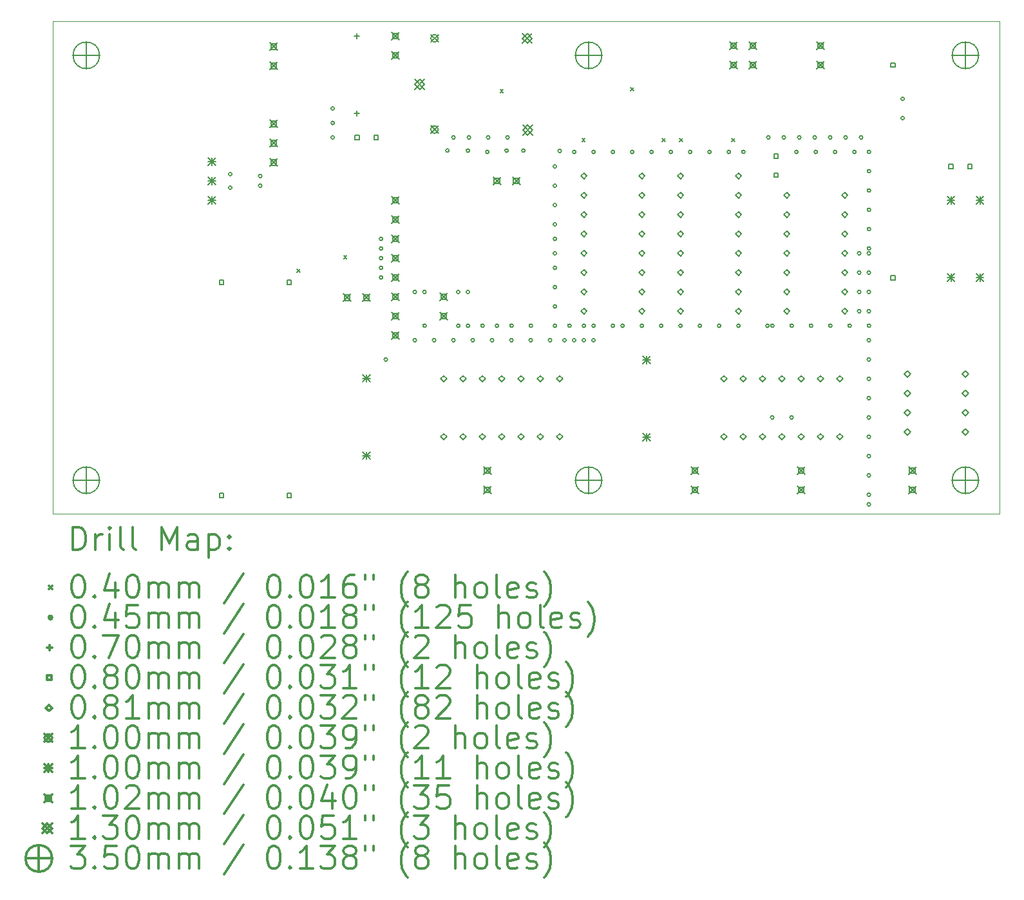
<source format=gbr>
%FSLAX45Y45*%
G04 Gerber Fmt 4.5, Leading zero omitted, Abs format (unit mm)*
G04 Created by KiCad (PCBNEW (after 2015-mar-04 BZR unknown)-product) date Thu 24 Nov 2016 20:55:14 CET*
%MOMM*%
G01*
G04 APERTURE LIST*
%ADD10C,0.127000*%
%ADD11C,0.100000*%
%ADD12C,0.200000*%
%ADD13C,0.300000*%
G04 APERTURE END LIST*
D10*
D11*
X6350000Y-11747500D02*
X6350000Y-5270500D01*
X18796000Y-11747500D02*
X6350000Y-11747500D01*
X18796000Y-5270500D02*
X18796000Y-11747500D01*
X6350000Y-5270500D02*
X18796000Y-5270500D01*
D12*
X9565960Y-8529640D02*
X9605960Y-8569640D01*
X9605960Y-8529640D02*
X9565960Y-8569640D01*
X10178100Y-8349300D02*
X10218100Y-8389300D01*
X10218100Y-8349300D02*
X10178100Y-8389300D01*
X12235500Y-6164900D02*
X12275500Y-6204900D01*
X12275500Y-6164900D02*
X12235500Y-6204900D01*
X13309920Y-6807520D02*
X13349920Y-6847520D01*
X13349920Y-6807520D02*
X13309920Y-6847520D01*
X13950000Y-6139500D02*
X13990000Y-6179500D01*
X13990000Y-6139500D02*
X13950000Y-6179500D01*
X14364020Y-6807520D02*
X14404020Y-6847520D01*
X14404020Y-6807520D02*
X14364020Y-6847520D01*
X14590080Y-6807520D02*
X14630080Y-6847520D01*
X14630080Y-6807520D02*
X14590080Y-6847520D01*
X15280960Y-6807520D02*
X15320960Y-6847520D01*
X15320960Y-6807520D02*
X15280960Y-6847520D01*
X8709300Y-7277100D02*
G75*
G03X8709300Y-7277100I-22500J0D01*
G01*
X8709300Y-7454900D02*
G75*
G03X8709300Y-7454900I-22500J0D01*
G01*
X9103000Y-7302500D02*
G75*
G03X9103000Y-7302500I-22500J0D01*
G01*
X9103000Y-7429500D02*
G75*
G03X9103000Y-7429500I-22500J0D01*
G01*
X10055500Y-6413500D02*
G75*
G03X10055500Y-6413500I-22500J0D01*
G01*
X10055500Y-6604000D02*
G75*
G03X10055500Y-6604000I-22500J0D01*
G01*
X10055500Y-6794500D02*
G75*
G03X10055500Y-6794500I-22500J0D01*
G01*
X10690500Y-8128000D02*
G75*
G03X10690500Y-8128000I-22500J0D01*
G01*
X10690500Y-8255000D02*
G75*
G03X10690500Y-8255000I-22500J0D01*
G01*
X10690500Y-8382000D02*
G75*
G03X10690500Y-8382000I-22500J0D01*
G01*
X10690500Y-8509000D02*
G75*
G03X10690500Y-8509000I-22500J0D01*
G01*
X10690500Y-8636000D02*
G75*
G03X10690500Y-8636000I-22500J0D01*
G01*
X10754000Y-9715500D02*
G75*
G03X10754000Y-9715500I-22500J0D01*
G01*
X11135000Y-8826500D02*
G75*
G03X11135000Y-8826500I-22500J0D01*
G01*
X11135000Y-9461500D02*
G75*
G03X11135000Y-9461500I-22500J0D01*
G01*
X11135000Y-9461500D02*
G75*
G03X11135000Y-9461500I-22500J0D01*
G01*
X11262000Y-8826500D02*
G75*
G03X11262000Y-8826500I-22500J0D01*
G01*
X11262000Y-9271000D02*
G75*
G03X11262000Y-9271000I-22500J0D01*
G01*
X11389000Y-9461500D02*
G75*
G03X11389000Y-9461500I-22500J0D01*
G01*
X11564260Y-6967220D02*
G75*
G03X11564260Y-6967220I-22500J0D01*
G01*
X11643000Y-6794500D02*
G75*
G03X11643000Y-6794500I-22500J0D01*
G01*
X11643000Y-9461500D02*
G75*
G03X11643000Y-9461500I-22500J0D01*
G01*
X11706500Y-8826500D02*
G75*
G03X11706500Y-8826500I-22500J0D01*
G01*
X11706500Y-9271000D02*
G75*
G03X11706500Y-9271000I-22500J0D01*
G01*
X11833500Y-6967220D02*
G75*
G03X11833500Y-6967220I-22500J0D01*
G01*
X11833500Y-8826500D02*
G75*
G03X11833500Y-8826500I-22500J0D01*
G01*
X11833500Y-9271000D02*
G75*
G03X11833500Y-9271000I-22500J0D01*
G01*
X11846200Y-6794500D02*
G75*
G03X11846200Y-6794500I-22500J0D01*
G01*
X11897000Y-9461500D02*
G75*
G03X11897000Y-9461500I-22500J0D01*
G01*
X12024000Y-9271000D02*
G75*
G03X12024000Y-9271000I-22500J0D01*
G01*
X12087500Y-6985000D02*
G75*
G03X12087500Y-6985000I-22500J0D01*
G01*
X12100200Y-6794500D02*
G75*
G03X12100200Y-6794500I-22500J0D01*
G01*
X12151000Y-9461500D02*
G75*
G03X12151000Y-9461500I-22500J0D01*
G01*
X12214500Y-9271000D02*
G75*
G03X12214500Y-9271000I-22500J0D01*
G01*
X12341500Y-6967220D02*
G75*
G03X12341500Y-6967220I-22500J0D01*
G01*
X12354200Y-6794500D02*
G75*
G03X12354200Y-6794500I-22500J0D01*
G01*
X12405000Y-9271000D02*
G75*
G03X12405000Y-9271000I-22500J0D01*
G01*
X12405000Y-9461500D02*
G75*
G03X12405000Y-9461500I-22500J0D01*
G01*
X12562480Y-6967220D02*
G75*
G03X12562480Y-6967220I-22500J0D01*
G01*
X12659000Y-9271000D02*
G75*
G03X12659000Y-9271000I-22500J0D01*
G01*
X12659000Y-9461500D02*
G75*
G03X12659000Y-9461500I-22500J0D01*
G01*
X12913000Y-9461500D02*
G75*
G03X12913000Y-9461500I-22500J0D01*
G01*
X12976500Y-7175500D02*
G75*
G03X12976500Y-7175500I-22500J0D01*
G01*
X12976500Y-7429500D02*
G75*
G03X12976500Y-7429500I-22500J0D01*
G01*
X12976500Y-7683500D02*
G75*
G03X12976500Y-7683500I-22500J0D01*
G01*
X12976500Y-7937500D02*
G75*
G03X12976500Y-7937500I-22500J0D01*
G01*
X12976500Y-8128000D02*
G75*
G03X12976500Y-8128000I-22500J0D01*
G01*
X12976500Y-8318500D02*
G75*
G03X12976500Y-8318500I-22500J0D01*
G01*
X12976500Y-8509000D02*
G75*
G03X12976500Y-8509000I-22500J0D01*
G01*
X12976500Y-8763000D02*
G75*
G03X12976500Y-8763000I-22500J0D01*
G01*
X12976500Y-9017000D02*
G75*
G03X12976500Y-9017000I-22500J0D01*
G01*
X12976500Y-9271000D02*
G75*
G03X12976500Y-9271000I-22500J0D01*
G01*
X13040000Y-6972300D02*
G75*
G03X13040000Y-6972300I-22500J0D01*
G01*
X13103500Y-9461500D02*
G75*
G03X13103500Y-9461500I-22500J0D01*
G01*
X13167000Y-9271000D02*
G75*
G03X13167000Y-9271000I-22500J0D01*
G01*
X13230500Y-6985000D02*
G75*
G03X13230500Y-6985000I-22500J0D01*
G01*
X13230500Y-9461500D02*
G75*
G03X13230500Y-9461500I-22500J0D01*
G01*
X13357500Y-9271000D02*
G75*
G03X13357500Y-9271000I-22500J0D01*
G01*
X13357500Y-9461500D02*
G75*
G03X13357500Y-9461500I-22500J0D01*
G01*
X13484500Y-6985000D02*
G75*
G03X13484500Y-6985000I-22500J0D01*
G01*
X13484500Y-9271000D02*
G75*
G03X13484500Y-9271000I-22500J0D01*
G01*
X13484500Y-9461500D02*
G75*
G03X13484500Y-9461500I-22500J0D01*
G01*
X13738500Y-6985000D02*
G75*
G03X13738500Y-6985000I-22500J0D01*
G01*
X13738500Y-9271000D02*
G75*
G03X13738500Y-9271000I-22500J0D01*
G01*
X13865500Y-9271000D02*
G75*
G03X13865500Y-9271000I-22500J0D01*
G01*
X13992500Y-6985000D02*
G75*
G03X13992500Y-6985000I-22500J0D01*
G01*
X14119500Y-9271000D02*
G75*
G03X14119500Y-9271000I-22500J0D01*
G01*
X14246500Y-6985000D02*
G75*
G03X14246500Y-6985000I-22500J0D01*
G01*
X14373500Y-9271000D02*
G75*
G03X14373500Y-9271000I-22500J0D01*
G01*
X14500500Y-6985000D02*
G75*
G03X14500500Y-6985000I-22500J0D01*
G01*
X14500500Y-6985000D02*
G75*
G03X14500500Y-6985000I-22500J0D01*
G01*
X14627500Y-9271000D02*
G75*
G03X14627500Y-9271000I-22500J0D01*
G01*
X14754500Y-6985000D02*
G75*
G03X14754500Y-6985000I-22500J0D01*
G01*
X14881500Y-9271000D02*
G75*
G03X14881500Y-9271000I-22500J0D01*
G01*
X15008500Y-6985000D02*
G75*
G03X15008500Y-6985000I-22500J0D01*
G01*
X15135500Y-9271000D02*
G75*
G03X15135500Y-9271000I-22500J0D01*
G01*
X15262500Y-6985000D02*
G75*
G03X15262500Y-6985000I-22500J0D01*
G01*
X15389500Y-9271000D02*
G75*
G03X15389500Y-9271000I-22500J0D01*
G01*
X15453000Y-6985000D02*
G75*
G03X15453000Y-6985000I-22500J0D01*
G01*
X15770500Y-9271000D02*
G75*
G03X15770500Y-9271000I-22500J0D01*
G01*
X15783200Y-6794500D02*
G75*
G03X15783200Y-6794500I-22500J0D01*
G01*
X15834000Y-9271000D02*
G75*
G03X15834000Y-9271000I-22500J0D01*
G01*
X15834000Y-10477500D02*
G75*
G03X15834000Y-10477500I-22500J0D01*
G01*
X15986400Y-6794500D02*
G75*
G03X15986400Y-6794500I-22500J0D01*
G01*
X16088000Y-9271000D02*
G75*
G03X16088000Y-9271000I-22500J0D01*
G01*
X16088000Y-10477500D02*
G75*
G03X16088000Y-10477500I-22500J0D01*
G01*
X16151500Y-6985000D02*
G75*
G03X16151500Y-6985000I-22500J0D01*
G01*
X16189600Y-6794500D02*
G75*
G03X16189600Y-6794500I-22500J0D01*
G01*
X16342000Y-9271000D02*
G75*
G03X16342000Y-9271000I-22500J0D01*
G01*
X16392800Y-6794500D02*
G75*
G03X16392800Y-6794500I-22500J0D01*
G01*
X16405500Y-6985000D02*
G75*
G03X16405500Y-6985000I-22500J0D01*
G01*
X16596000Y-6794500D02*
G75*
G03X16596000Y-6794500I-22500J0D01*
G01*
X16596000Y-9271000D02*
G75*
G03X16596000Y-9271000I-22500J0D01*
G01*
X16659500Y-6985000D02*
G75*
G03X16659500Y-6985000I-22500J0D01*
G01*
X16799200Y-6794500D02*
G75*
G03X16799200Y-6794500I-22500J0D01*
G01*
X16850000Y-9271000D02*
G75*
G03X16850000Y-9271000I-22500J0D01*
G01*
X16913500Y-6985000D02*
G75*
G03X16913500Y-6985000I-22500J0D01*
G01*
X16977000Y-8318500D02*
G75*
G03X16977000Y-8318500I-22500J0D01*
G01*
X16977000Y-8572500D02*
G75*
G03X16977000Y-8572500I-22500J0D01*
G01*
X16977000Y-8826500D02*
G75*
G03X16977000Y-8826500I-22500J0D01*
G01*
X16977000Y-9080500D02*
G75*
G03X16977000Y-9080500I-22500J0D01*
G01*
X17002400Y-6794500D02*
G75*
G03X17002400Y-6794500I-22500J0D01*
G01*
X17104000Y-6985000D02*
G75*
G03X17104000Y-6985000I-22500J0D01*
G01*
X17104000Y-7239000D02*
G75*
G03X17104000Y-7239000I-22500J0D01*
G01*
X17104000Y-7493000D02*
G75*
G03X17104000Y-7493000I-22500J0D01*
G01*
X17104000Y-7747000D02*
G75*
G03X17104000Y-7747000I-22500J0D01*
G01*
X17104000Y-8001000D02*
G75*
G03X17104000Y-8001000I-22500J0D01*
G01*
X17104000Y-8255000D02*
G75*
G03X17104000Y-8255000I-22500J0D01*
G01*
X17104000Y-8318500D02*
G75*
G03X17104000Y-8318500I-22500J0D01*
G01*
X17104000Y-8572500D02*
G75*
G03X17104000Y-8572500I-22500J0D01*
G01*
X17104000Y-8826500D02*
G75*
G03X17104000Y-8826500I-22500J0D01*
G01*
X17104000Y-9080500D02*
G75*
G03X17104000Y-9080500I-22500J0D01*
G01*
X17104000Y-9271000D02*
G75*
G03X17104000Y-9271000I-22500J0D01*
G01*
X17104000Y-9461500D02*
G75*
G03X17104000Y-9461500I-22500J0D01*
G01*
X17104000Y-9715500D02*
G75*
G03X17104000Y-9715500I-22500J0D01*
G01*
X17104000Y-9969500D02*
G75*
G03X17104000Y-9969500I-22500J0D01*
G01*
X17104000Y-10223500D02*
G75*
G03X17104000Y-10223500I-22500J0D01*
G01*
X17104000Y-10477500D02*
G75*
G03X17104000Y-10477500I-22500J0D01*
G01*
X17104000Y-10731500D02*
G75*
G03X17104000Y-10731500I-22500J0D01*
G01*
X17104000Y-10985500D02*
G75*
G03X17104000Y-10985500I-22500J0D01*
G01*
X17104000Y-11239500D02*
G75*
G03X17104000Y-11239500I-22500J0D01*
G01*
X17104000Y-11493500D02*
G75*
G03X17104000Y-11493500I-22500J0D01*
G01*
X17104000Y-11620500D02*
G75*
G03X17104000Y-11620500I-22500J0D01*
G01*
X17548500Y-6286500D02*
G75*
G03X17548500Y-6286500I-22500J0D01*
G01*
X17548500Y-6540500D02*
G75*
G03X17548500Y-6540500I-22500J0D01*
G01*
X10350500Y-5425948D02*
X10350500Y-5496052D01*
X10315448Y-5461000D02*
X10385552Y-5461000D01*
X10350500Y-6441948D02*
X10350500Y-6512052D01*
X10315448Y-6477000D02*
X10385552Y-6477000D01*
X8600785Y-8727785D02*
X8600785Y-8671216D01*
X8544216Y-8671216D01*
X8544216Y-8727785D01*
X8600785Y-8727785D01*
X8600785Y-11527784D02*
X8600785Y-11471215D01*
X8544216Y-11471215D01*
X8544216Y-11527784D01*
X8600785Y-11527784D01*
X9489785Y-8727785D02*
X9489785Y-8671216D01*
X9433216Y-8671216D01*
X9433216Y-8727785D01*
X9489785Y-8727785D01*
X9489785Y-11527784D02*
X9489785Y-11471215D01*
X9433216Y-11471215D01*
X9433216Y-11527784D01*
X9489785Y-11527784D01*
X10382785Y-6822784D02*
X10382785Y-6766215D01*
X10326216Y-6766215D01*
X10326216Y-6822784D01*
X10382785Y-6822784D01*
X10632785Y-6822784D02*
X10632785Y-6766215D01*
X10576216Y-6766215D01*
X10576216Y-6822784D01*
X10632785Y-6822784D01*
X15890584Y-7068084D02*
X15890584Y-7011515D01*
X15834015Y-7011515D01*
X15834015Y-7068084D01*
X15890584Y-7068084D01*
X15890584Y-7318084D02*
X15890584Y-7261515D01*
X15834015Y-7261515D01*
X15834015Y-7318084D01*
X15890584Y-7318084D01*
X17427285Y-5870284D02*
X17427285Y-5813715D01*
X17370716Y-5813715D01*
X17370716Y-5870284D01*
X17427285Y-5870284D01*
X17427285Y-8670285D02*
X17427285Y-8613716D01*
X17370716Y-8613716D01*
X17370716Y-8670285D01*
X17427285Y-8670285D01*
X18189285Y-7203784D02*
X18189285Y-7147215D01*
X18132716Y-7147215D01*
X18132716Y-7203784D01*
X18189285Y-7203784D01*
X18439285Y-7203784D02*
X18439285Y-7147215D01*
X18382716Y-7147215D01*
X18382716Y-7203784D01*
X18439285Y-7203784D01*
X11493500Y-10010140D02*
X11534140Y-9969500D01*
X11493500Y-9928860D01*
X11452860Y-9969500D01*
X11493500Y-10010140D01*
X11493500Y-10772140D02*
X11534140Y-10731500D01*
X11493500Y-10690860D01*
X11452860Y-10731500D01*
X11493500Y-10772140D01*
X11747500Y-10010140D02*
X11788140Y-9969500D01*
X11747500Y-9928860D01*
X11706860Y-9969500D01*
X11747500Y-10010140D01*
X11747500Y-10772140D02*
X11788140Y-10731500D01*
X11747500Y-10690860D01*
X11706860Y-10731500D01*
X11747500Y-10772140D01*
X12001500Y-10010140D02*
X12042140Y-9969500D01*
X12001500Y-9928860D01*
X11960860Y-9969500D01*
X12001500Y-10010140D01*
X12001500Y-10772140D02*
X12042140Y-10731500D01*
X12001500Y-10690860D01*
X11960860Y-10731500D01*
X12001500Y-10772140D01*
X12255500Y-10010140D02*
X12296140Y-9969500D01*
X12255500Y-9928860D01*
X12214860Y-9969500D01*
X12255500Y-10010140D01*
X12255500Y-10772140D02*
X12296140Y-10731500D01*
X12255500Y-10690860D01*
X12214860Y-10731500D01*
X12255500Y-10772140D01*
X12509500Y-10010140D02*
X12550140Y-9969500D01*
X12509500Y-9928860D01*
X12468860Y-9969500D01*
X12509500Y-10010140D01*
X12509500Y-10772140D02*
X12550140Y-10731500D01*
X12509500Y-10690860D01*
X12468860Y-10731500D01*
X12509500Y-10772140D01*
X12763500Y-10010140D02*
X12804140Y-9969500D01*
X12763500Y-9928860D01*
X12722860Y-9969500D01*
X12763500Y-10010140D01*
X12763500Y-10772140D02*
X12804140Y-10731500D01*
X12763500Y-10690860D01*
X12722860Y-10731500D01*
X12763500Y-10772140D01*
X13017500Y-10010140D02*
X13058140Y-9969500D01*
X13017500Y-9928860D01*
X12976860Y-9969500D01*
X13017500Y-10010140D01*
X13017500Y-10772140D02*
X13058140Y-10731500D01*
X13017500Y-10690860D01*
X12976860Y-10731500D01*
X13017500Y-10772140D01*
X13335000Y-7343140D02*
X13375640Y-7302500D01*
X13335000Y-7261860D01*
X13294360Y-7302500D01*
X13335000Y-7343140D01*
X13335000Y-7597140D02*
X13375640Y-7556500D01*
X13335000Y-7515860D01*
X13294360Y-7556500D01*
X13335000Y-7597140D01*
X13335000Y-7851140D02*
X13375640Y-7810500D01*
X13335000Y-7769860D01*
X13294360Y-7810500D01*
X13335000Y-7851140D01*
X13335000Y-8105140D02*
X13375640Y-8064500D01*
X13335000Y-8023860D01*
X13294360Y-8064500D01*
X13335000Y-8105140D01*
X13335000Y-8359140D02*
X13375640Y-8318500D01*
X13335000Y-8277860D01*
X13294360Y-8318500D01*
X13335000Y-8359140D01*
X13335000Y-8613140D02*
X13375640Y-8572500D01*
X13335000Y-8531860D01*
X13294360Y-8572500D01*
X13335000Y-8613140D01*
X13335000Y-8867140D02*
X13375640Y-8826500D01*
X13335000Y-8785860D01*
X13294360Y-8826500D01*
X13335000Y-8867140D01*
X13335000Y-9121140D02*
X13375640Y-9080500D01*
X13335000Y-9039860D01*
X13294360Y-9080500D01*
X13335000Y-9121140D01*
X14097000Y-7343140D02*
X14137640Y-7302500D01*
X14097000Y-7261860D01*
X14056360Y-7302500D01*
X14097000Y-7343140D01*
X14097000Y-7597140D02*
X14137640Y-7556500D01*
X14097000Y-7515860D01*
X14056360Y-7556500D01*
X14097000Y-7597140D01*
X14097000Y-7851140D02*
X14137640Y-7810500D01*
X14097000Y-7769860D01*
X14056360Y-7810500D01*
X14097000Y-7851140D01*
X14097000Y-8105140D02*
X14137640Y-8064500D01*
X14097000Y-8023860D01*
X14056360Y-8064500D01*
X14097000Y-8105140D01*
X14097000Y-8359140D02*
X14137640Y-8318500D01*
X14097000Y-8277860D01*
X14056360Y-8318500D01*
X14097000Y-8359140D01*
X14097000Y-8613140D02*
X14137640Y-8572500D01*
X14097000Y-8531860D01*
X14056360Y-8572500D01*
X14097000Y-8613140D01*
X14097000Y-8867140D02*
X14137640Y-8826500D01*
X14097000Y-8785860D01*
X14056360Y-8826500D01*
X14097000Y-8867140D01*
X14097000Y-9121140D02*
X14137640Y-9080500D01*
X14097000Y-9039860D01*
X14056360Y-9080500D01*
X14097000Y-9121140D01*
X14605000Y-7343140D02*
X14645640Y-7302500D01*
X14605000Y-7261860D01*
X14564360Y-7302500D01*
X14605000Y-7343140D01*
X14605000Y-7597140D02*
X14645640Y-7556500D01*
X14605000Y-7515860D01*
X14564360Y-7556500D01*
X14605000Y-7597140D01*
X14605000Y-7851140D02*
X14645640Y-7810500D01*
X14605000Y-7769860D01*
X14564360Y-7810500D01*
X14605000Y-7851140D01*
X14605000Y-8105140D02*
X14645640Y-8064500D01*
X14605000Y-8023860D01*
X14564360Y-8064500D01*
X14605000Y-8105140D01*
X14605000Y-8359140D02*
X14645640Y-8318500D01*
X14605000Y-8277860D01*
X14564360Y-8318500D01*
X14605000Y-8359140D01*
X14605000Y-8613140D02*
X14645640Y-8572500D01*
X14605000Y-8531860D01*
X14564360Y-8572500D01*
X14605000Y-8613140D01*
X14605000Y-8867140D02*
X14645640Y-8826500D01*
X14605000Y-8785860D01*
X14564360Y-8826500D01*
X14605000Y-8867140D01*
X14605000Y-9121140D02*
X14645640Y-9080500D01*
X14605000Y-9039860D01*
X14564360Y-9080500D01*
X14605000Y-9121140D01*
X15176500Y-10010140D02*
X15217140Y-9969500D01*
X15176500Y-9928860D01*
X15135860Y-9969500D01*
X15176500Y-10010140D01*
X15176500Y-10772140D02*
X15217140Y-10731500D01*
X15176500Y-10690860D01*
X15135860Y-10731500D01*
X15176500Y-10772140D01*
X15367000Y-7343140D02*
X15407640Y-7302500D01*
X15367000Y-7261860D01*
X15326360Y-7302500D01*
X15367000Y-7343140D01*
X15367000Y-7597140D02*
X15407640Y-7556500D01*
X15367000Y-7515860D01*
X15326360Y-7556500D01*
X15367000Y-7597140D01*
X15367000Y-7851140D02*
X15407640Y-7810500D01*
X15367000Y-7769860D01*
X15326360Y-7810500D01*
X15367000Y-7851140D01*
X15367000Y-8105140D02*
X15407640Y-8064500D01*
X15367000Y-8023860D01*
X15326360Y-8064500D01*
X15367000Y-8105140D01*
X15367000Y-8359140D02*
X15407640Y-8318500D01*
X15367000Y-8277860D01*
X15326360Y-8318500D01*
X15367000Y-8359140D01*
X15367000Y-8613140D02*
X15407640Y-8572500D01*
X15367000Y-8531860D01*
X15326360Y-8572500D01*
X15367000Y-8613140D01*
X15367000Y-8867140D02*
X15407640Y-8826500D01*
X15367000Y-8785860D01*
X15326360Y-8826500D01*
X15367000Y-8867140D01*
X15367000Y-9121140D02*
X15407640Y-9080500D01*
X15367000Y-9039860D01*
X15326360Y-9080500D01*
X15367000Y-9121140D01*
X15430500Y-10010140D02*
X15471140Y-9969500D01*
X15430500Y-9928860D01*
X15389860Y-9969500D01*
X15430500Y-10010140D01*
X15430500Y-10772140D02*
X15471140Y-10731500D01*
X15430500Y-10690860D01*
X15389860Y-10731500D01*
X15430500Y-10772140D01*
X15684500Y-10010140D02*
X15725140Y-9969500D01*
X15684500Y-9928860D01*
X15643860Y-9969500D01*
X15684500Y-10010140D01*
X15684500Y-10772140D02*
X15725140Y-10731500D01*
X15684500Y-10690860D01*
X15643860Y-10731500D01*
X15684500Y-10772140D01*
X15938500Y-10010140D02*
X15979140Y-9969500D01*
X15938500Y-9928860D01*
X15897860Y-9969500D01*
X15938500Y-10010140D01*
X15938500Y-10772140D02*
X15979140Y-10731500D01*
X15938500Y-10690860D01*
X15897860Y-10731500D01*
X15938500Y-10772140D01*
X16002000Y-7597140D02*
X16042640Y-7556500D01*
X16002000Y-7515860D01*
X15961360Y-7556500D01*
X16002000Y-7597140D01*
X16002000Y-7851140D02*
X16042640Y-7810500D01*
X16002000Y-7769860D01*
X15961360Y-7810500D01*
X16002000Y-7851140D01*
X16002000Y-8105140D02*
X16042640Y-8064500D01*
X16002000Y-8023860D01*
X15961360Y-8064500D01*
X16002000Y-8105140D01*
X16002000Y-8359140D02*
X16042640Y-8318500D01*
X16002000Y-8277860D01*
X15961360Y-8318500D01*
X16002000Y-8359140D01*
X16002000Y-8613140D02*
X16042640Y-8572500D01*
X16002000Y-8531860D01*
X15961360Y-8572500D01*
X16002000Y-8613140D01*
X16002000Y-8867140D02*
X16042640Y-8826500D01*
X16002000Y-8785860D01*
X15961360Y-8826500D01*
X16002000Y-8867140D01*
X16002000Y-9121140D02*
X16042640Y-9080500D01*
X16002000Y-9039860D01*
X15961360Y-9080500D01*
X16002000Y-9121140D01*
X16192500Y-10010140D02*
X16233140Y-9969500D01*
X16192500Y-9928860D01*
X16151860Y-9969500D01*
X16192500Y-10010140D01*
X16192500Y-10772140D02*
X16233140Y-10731500D01*
X16192500Y-10690860D01*
X16151860Y-10731500D01*
X16192500Y-10772140D01*
X16446500Y-10010140D02*
X16487140Y-9969500D01*
X16446500Y-9928860D01*
X16405860Y-9969500D01*
X16446500Y-10010140D01*
X16446500Y-10772140D02*
X16487140Y-10731500D01*
X16446500Y-10690860D01*
X16405860Y-10731500D01*
X16446500Y-10772140D01*
X16700500Y-10010140D02*
X16741140Y-9969500D01*
X16700500Y-9928860D01*
X16659860Y-9969500D01*
X16700500Y-10010140D01*
X16700500Y-10772140D02*
X16741140Y-10731500D01*
X16700500Y-10690860D01*
X16659860Y-10731500D01*
X16700500Y-10772140D01*
X16764000Y-7597140D02*
X16804640Y-7556500D01*
X16764000Y-7515860D01*
X16723360Y-7556500D01*
X16764000Y-7597140D01*
X16764000Y-7851140D02*
X16804640Y-7810500D01*
X16764000Y-7769860D01*
X16723360Y-7810500D01*
X16764000Y-7851140D01*
X16764000Y-8105140D02*
X16804640Y-8064500D01*
X16764000Y-8023860D01*
X16723360Y-8064500D01*
X16764000Y-8105140D01*
X16764000Y-8359140D02*
X16804640Y-8318500D01*
X16764000Y-8277860D01*
X16723360Y-8318500D01*
X16764000Y-8359140D01*
X16764000Y-8613140D02*
X16804640Y-8572500D01*
X16764000Y-8531860D01*
X16723360Y-8572500D01*
X16764000Y-8613140D01*
X16764000Y-8867140D02*
X16804640Y-8826500D01*
X16764000Y-8785860D01*
X16723360Y-8826500D01*
X16764000Y-8867140D01*
X16764000Y-9121140D02*
X16804640Y-9080500D01*
X16764000Y-9039860D01*
X16723360Y-9080500D01*
X16764000Y-9121140D01*
X17589500Y-9946640D02*
X17630140Y-9906000D01*
X17589500Y-9865360D01*
X17548860Y-9906000D01*
X17589500Y-9946640D01*
X17589500Y-10200640D02*
X17630140Y-10160000D01*
X17589500Y-10119360D01*
X17548860Y-10160000D01*
X17589500Y-10200640D01*
X17589500Y-10454640D02*
X17630140Y-10414000D01*
X17589500Y-10373360D01*
X17548860Y-10414000D01*
X17589500Y-10454640D01*
X17589500Y-10708640D02*
X17630140Y-10668000D01*
X17589500Y-10627360D01*
X17548860Y-10668000D01*
X17589500Y-10708640D01*
X18351500Y-9946640D02*
X18392140Y-9906000D01*
X18351500Y-9865360D01*
X18310860Y-9906000D01*
X18351500Y-9946640D01*
X18351500Y-10200640D02*
X18392140Y-10160000D01*
X18351500Y-10119360D01*
X18310860Y-10160000D01*
X18351500Y-10200640D01*
X18351500Y-10454640D02*
X18392140Y-10414000D01*
X18351500Y-10373360D01*
X18310860Y-10414000D01*
X18351500Y-10454640D01*
X18351500Y-10708640D02*
X18392140Y-10668000D01*
X18351500Y-10627360D01*
X18310860Y-10668000D01*
X18351500Y-10708640D01*
X11321000Y-5441000D02*
X11421000Y-5541000D01*
X11421000Y-5441000D02*
X11321000Y-5541000D01*
X11421000Y-5491000D02*
G75*
G03X11421000Y-5491000I-50000J0D01*
G01*
X11321000Y-6641000D02*
X11421000Y-6741000D01*
X11421000Y-6641000D02*
X11321000Y-6741000D01*
X11421000Y-6691000D02*
G75*
G03X11421000Y-6691000I-50000J0D01*
G01*
X8395462Y-7061962D02*
X8495538Y-7162038D01*
X8495538Y-7061962D02*
X8395462Y-7162038D01*
X8445500Y-7061962D02*
X8445500Y-7162038D01*
X8395462Y-7112000D02*
X8495538Y-7112000D01*
X8395462Y-7315962D02*
X8495538Y-7416038D01*
X8495538Y-7315962D02*
X8395462Y-7416038D01*
X8445500Y-7315962D02*
X8445500Y-7416038D01*
X8395462Y-7366000D02*
X8495538Y-7366000D01*
X8395462Y-7569962D02*
X8495538Y-7670038D01*
X8495538Y-7569962D02*
X8395462Y-7670038D01*
X8445500Y-7569962D02*
X8445500Y-7670038D01*
X8395462Y-7620000D02*
X8495538Y-7620000D01*
X10427462Y-9911588D02*
X10527538Y-10011664D01*
X10527538Y-9911588D02*
X10427462Y-10011664D01*
X10477500Y-9911588D02*
X10477500Y-10011664D01*
X10427462Y-9961626D02*
X10527538Y-9961626D01*
X10427462Y-10927588D02*
X10527538Y-11027664D01*
X10527538Y-10927588D02*
X10427462Y-11027664D01*
X10477500Y-10927588D02*
X10477500Y-11027664D01*
X10427462Y-10977626D02*
X10527538Y-10977626D01*
X14110462Y-9673336D02*
X14210538Y-9773412D01*
X14210538Y-9673336D02*
X14110462Y-9773412D01*
X14160500Y-9673336D02*
X14160500Y-9773412D01*
X14110462Y-9723374D02*
X14210538Y-9723374D01*
X14110462Y-10689336D02*
X14210538Y-10789412D01*
X14210538Y-10689336D02*
X14110462Y-10789412D01*
X14160500Y-10689336D02*
X14160500Y-10789412D01*
X14110462Y-10739374D02*
X14210538Y-10739374D01*
X18110962Y-7569962D02*
X18211038Y-7670038D01*
X18211038Y-7569962D02*
X18110962Y-7670038D01*
X18161000Y-7569962D02*
X18161000Y-7670038D01*
X18110962Y-7620000D02*
X18211038Y-7620000D01*
X18110962Y-8585962D02*
X18211038Y-8686038D01*
X18211038Y-8585962D02*
X18110962Y-8686038D01*
X18161000Y-8585962D02*
X18161000Y-8686038D01*
X18110962Y-8636000D02*
X18211038Y-8636000D01*
X18491962Y-7569962D02*
X18592038Y-7670038D01*
X18592038Y-7569962D02*
X18491962Y-7670038D01*
X18542000Y-7569962D02*
X18542000Y-7670038D01*
X18491962Y-7620000D02*
X18592038Y-7620000D01*
X18491962Y-8585962D02*
X18592038Y-8686038D01*
X18592038Y-8585962D02*
X18491962Y-8686038D01*
X18542000Y-8585962D02*
X18542000Y-8686038D01*
X18491962Y-8636000D02*
X18592038Y-8636000D01*
X9207500Y-5549900D02*
X9309100Y-5651500D01*
X9309100Y-5549900D02*
X9207500Y-5651500D01*
X9294221Y-5636621D02*
X9294221Y-5564779D01*
X9222379Y-5564779D01*
X9222379Y-5636621D01*
X9294221Y-5636621D01*
X9207500Y-5803900D02*
X9309100Y-5905500D01*
X9309100Y-5803900D02*
X9207500Y-5905500D01*
X9294221Y-5890621D02*
X9294221Y-5818779D01*
X9222379Y-5818779D01*
X9222379Y-5890621D01*
X9294221Y-5890621D01*
X9207500Y-6565900D02*
X9309100Y-6667500D01*
X9309100Y-6565900D02*
X9207500Y-6667500D01*
X9294221Y-6652621D02*
X9294221Y-6580779D01*
X9222379Y-6580779D01*
X9222379Y-6652621D01*
X9294221Y-6652621D01*
X9207500Y-6819900D02*
X9309100Y-6921500D01*
X9309100Y-6819900D02*
X9207500Y-6921500D01*
X9294221Y-6906621D02*
X9294221Y-6834779D01*
X9222379Y-6834779D01*
X9222379Y-6906621D01*
X9294221Y-6906621D01*
X9207500Y-7073900D02*
X9309100Y-7175500D01*
X9309100Y-7073900D02*
X9207500Y-7175500D01*
X9294221Y-7160621D02*
X9294221Y-7088779D01*
X9222379Y-7088779D01*
X9222379Y-7160621D01*
X9294221Y-7160621D01*
X10172700Y-8851900D02*
X10274300Y-8953500D01*
X10274300Y-8851900D02*
X10172700Y-8953500D01*
X10259421Y-8938621D02*
X10259421Y-8866779D01*
X10187579Y-8866779D01*
X10187579Y-8938621D01*
X10259421Y-8938621D01*
X10426700Y-8851900D02*
X10528300Y-8953500D01*
X10528300Y-8851900D02*
X10426700Y-8953500D01*
X10513421Y-8938621D02*
X10513421Y-8866779D01*
X10441579Y-8866779D01*
X10441579Y-8938621D01*
X10513421Y-8938621D01*
X10807700Y-5410200D02*
X10909300Y-5511800D01*
X10909300Y-5410200D02*
X10807700Y-5511800D01*
X10894421Y-5496921D02*
X10894421Y-5425079D01*
X10822579Y-5425079D01*
X10822579Y-5496921D01*
X10894421Y-5496921D01*
X10807700Y-5664200D02*
X10909300Y-5765800D01*
X10909300Y-5664200D02*
X10807700Y-5765800D01*
X10894421Y-5750921D02*
X10894421Y-5679079D01*
X10822579Y-5679079D01*
X10822579Y-5750921D01*
X10894421Y-5750921D01*
X10807700Y-7569200D02*
X10909300Y-7670800D01*
X10909300Y-7569200D02*
X10807700Y-7670800D01*
X10894421Y-7655921D02*
X10894421Y-7584079D01*
X10822579Y-7584079D01*
X10822579Y-7655921D01*
X10894421Y-7655921D01*
X10807700Y-7823200D02*
X10909300Y-7924800D01*
X10909300Y-7823200D02*
X10807700Y-7924800D01*
X10894421Y-7909921D02*
X10894421Y-7838079D01*
X10822579Y-7838079D01*
X10822579Y-7909921D01*
X10894421Y-7909921D01*
X10807700Y-8077200D02*
X10909300Y-8178800D01*
X10909300Y-8077200D02*
X10807700Y-8178800D01*
X10894421Y-8163921D02*
X10894421Y-8092079D01*
X10822579Y-8092079D01*
X10822579Y-8163921D01*
X10894421Y-8163921D01*
X10807700Y-8331200D02*
X10909300Y-8432800D01*
X10909300Y-8331200D02*
X10807700Y-8432800D01*
X10894421Y-8417921D02*
X10894421Y-8346079D01*
X10822579Y-8346079D01*
X10822579Y-8417921D01*
X10894421Y-8417921D01*
X10807700Y-8585200D02*
X10909300Y-8686800D01*
X10909300Y-8585200D02*
X10807700Y-8686800D01*
X10894421Y-8671921D02*
X10894421Y-8600079D01*
X10822579Y-8600079D01*
X10822579Y-8671921D01*
X10894421Y-8671921D01*
X10807700Y-8839200D02*
X10909300Y-8940800D01*
X10909300Y-8839200D02*
X10807700Y-8940800D01*
X10894421Y-8925921D02*
X10894421Y-8854079D01*
X10822579Y-8854079D01*
X10822579Y-8925921D01*
X10894421Y-8925921D01*
X10807700Y-9093200D02*
X10909300Y-9194800D01*
X10909300Y-9093200D02*
X10807700Y-9194800D01*
X10894421Y-9179921D02*
X10894421Y-9108079D01*
X10822579Y-9108079D01*
X10822579Y-9179921D01*
X10894421Y-9179921D01*
X10807700Y-9347200D02*
X10909300Y-9448800D01*
X10909300Y-9347200D02*
X10807700Y-9448800D01*
X10894421Y-9433921D02*
X10894421Y-9362079D01*
X10822579Y-9362079D01*
X10822579Y-9433921D01*
X10894421Y-9433921D01*
X11442700Y-8839200D02*
X11544300Y-8940800D01*
X11544300Y-8839200D02*
X11442700Y-8940800D01*
X11529421Y-8925921D02*
X11529421Y-8854079D01*
X11457579Y-8854079D01*
X11457579Y-8925921D01*
X11529421Y-8925921D01*
X11442700Y-9093200D02*
X11544300Y-9194800D01*
X11544300Y-9093200D02*
X11442700Y-9194800D01*
X11529421Y-9179921D02*
X11529421Y-9108079D01*
X11457579Y-9108079D01*
X11457579Y-9179921D01*
X11529421Y-9179921D01*
X12014200Y-11125200D02*
X12115800Y-11226800D01*
X12115800Y-11125200D02*
X12014200Y-11226800D01*
X12100921Y-11211921D02*
X12100921Y-11140079D01*
X12029079Y-11140079D01*
X12029079Y-11211921D01*
X12100921Y-11211921D01*
X12014200Y-11379200D02*
X12115800Y-11480800D01*
X12115800Y-11379200D02*
X12014200Y-11480800D01*
X12100921Y-11465921D02*
X12100921Y-11394079D01*
X12029079Y-11394079D01*
X12029079Y-11465921D01*
X12100921Y-11465921D01*
X12141200Y-7315200D02*
X12242800Y-7416800D01*
X12242800Y-7315200D02*
X12141200Y-7416800D01*
X12227921Y-7401921D02*
X12227921Y-7330079D01*
X12156079Y-7330079D01*
X12156079Y-7401921D01*
X12227921Y-7401921D01*
X12395200Y-7315200D02*
X12496800Y-7416800D01*
X12496800Y-7315200D02*
X12395200Y-7416800D01*
X12481921Y-7401921D02*
X12481921Y-7330079D01*
X12410079Y-7330079D01*
X12410079Y-7401921D01*
X12481921Y-7401921D01*
X14744700Y-11125200D02*
X14846300Y-11226800D01*
X14846300Y-11125200D02*
X14744700Y-11226800D01*
X14831421Y-11211921D02*
X14831421Y-11140079D01*
X14759579Y-11140079D01*
X14759579Y-11211921D01*
X14831421Y-11211921D01*
X14744700Y-11379200D02*
X14846300Y-11480800D01*
X14846300Y-11379200D02*
X14744700Y-11480800D01*
X14831421Y-11465921D02*
X14831421Y-11394079D01*
X14759579Y-11394079D01*
X14759579Y-11465921D01*
X14831421Y-11465921D01*
X15252700Y-5537200D02*
X15354300Y-5638800D01*
X15354300Y-5537200D02*
X15252700Y-5638800D01*
X15339421Y-5623921D02*
X15339421Y-5552079D01*
X15267579Y-5552079D01*
X15267579Y-5623921D01*
X15339421Y-5623921D01*
X15252700Y-5791200D02*
X15354300Y-5892800D01*
X15354300Y-5791200D02*
X15252700Y-5892800D01*
X15339421Y-5877921D02*
X15339421Y-5806079D01*
X15267579Y-5806079D01*
X15267579Y-5877921D01*
X15339421Y-5877921D01*
X15506700Y-5537200D02*
X15608300Y-5638800D01*
X15608300Y-5537200D02*
X15506700Y-5638800D01*
X15593421Y-5623921D02*
X15593421Y-5552079D01*
X15521579Y-5552079D01*
X15521579Y-5623921D01*
X15593421Y-5623921D01*
X15506700Y-5791200D02*
X15608300Y-5892800D01*
X15608300Y-5791200D02*
X15506700Y-5892800D01*
X15593421Y-5877921D02*
X15593421Y-5806079D01*
X15521579Y-5806079D01*
X15521579Y-5877921D01*
X15593421Y-5877921D01*
X16141700Y-11125200D02*
X16243300Y-11226800D01*
X16243300Y-11125200D02*
X16141700Y-11226800D01*
X16228421Y-11211921D02*
X16228421Y-11140079D01*
X16156579Y-11140079D01*
X16156579Y-11211921D01*
X16228421Y-11211921D01*
X16141700Y-11379200D02*
X16243300Y-11480800D01*
X16243300Y-11379200D02*
X16141700Y-11480800D01*
X16228421Y-11465921D02*
X16228421Y-11394079D01*
X16156579Y-11394079D01*
X16156579Y-11465921D01*
X16228421Y-11465921D01*
X16395700Y-5537200D02*
X16497300Y-5638800D01*
X16497300Y-5537200D02*
X16395700Y-5638800D01*
X16482421Y-5623921D02*
X16482421Y-5552079D01*
X16410579Y-5552079D01*
X16410579Y-5623921D01*
X16482421Y-5623921D01*
X16395700Y-5791200D02*
X16497300Y-5892800D01*
X16497300Y-5791200D02*
X16395700Y-5892800D01*
X16482421Y-5877921D02*
X16482421Y-5806079D01*
X16410579Y-5806079D01*
X16410579Y-5877921D01*
X16482421Y-5877921D01*
X17602200Y-11125200D02*
X17703800Y-11226800D01*
X17703800Y-11125200D02*
X17602200Y-11226800D01*
X17688921Y-11211921D02*
X17688921Y-11140079D01*
X17617079Y-11140079D01*
X17617079Y-11211921D01*
X17688921Y-11211921D01*
X17602200Y-11379200D02*
X17703800Y-11480800D01*
X17703800Y-11379200D02*
X17602200Y-11480800D01*
X17688921Y-11465921D02*
X17688921Y-11394079D01*
X17617079Y-11394079D01*
X17617079Y-11465921D01*
X17688921Y-11465921D01*
X11111000Y-6031000D02*
X11241000Y-6161000D01*
X11241000Y-6031000D02*
X11111000Y-6161000D01*
X11176000Y-6161000D02*
X11241000Y-6096000D01*
X11176000Y-6031000D01*
X11111000Y-6096000D01*
X11176000Y-6161000D01*
X12526000Y-5426000D02*
X12656000Y-5556000D01*
X12656000Y-5426000D02*
X12526000Y-5556000D01*
X12591000Y-5556000D02*
X12656000Y-5491000D01*
X12591000Y-5426000D01*
X12526000Y-5491000D01*
X12591000Y-5556000D01*
X12531000Y-6631000D02*
X12661000Y-6761000D01*
X12661000Y-6631000D02*
X12531000Y-6761000D01*
X12596000Y-6761000D02*
X12661000Y-6696000D01*
X12596000Y-6631000D01*
X12531000Y-6696000D01*
X12596000Y-6761000D01*
X6794500Y-5539994D02*
X6794500Y-5890006D01*
X6619494Y-5715000D02*
X6969506Y-5715000D01*
X6969506Y-5715000D02*
G75*
G03X6969506Y-5715000I-175006J0D01*
G01*
X6794500Y-11127994D02*
X6794500Y-11478006D01*
X6619494Y-11303000D02*
X6969506Y-11303000D01*
X6969506Y-11303000D02*
G75*
G03X6969506Y-11303000I-175006J0D01*
G01*
X13398500Y-5539994D02*
X13398500Y-5890006D01*
X13223494Y-5715000D02*
X13573506Y-5715000D01*
X13573506Y-5715000D02*
G75*
G03X13573506Y-5715000I-175006J0D01*
G01*
X13398500Y-11127994D02*
X13398500Y-11478006D01*
X13223494Y-11303000D02*
X13573506Y-11303000D01*
X13573506Y-11303000D02*
G75*
G03X13573506Y-11303000I-175006J0D01*
G01*
X18351500Y-5539994D02*
X18351500Y-5890006D01*
X18176494Y-5715000D02*
X18526506Y-5715000D01*
X18526506Y-5715000D02*
G75*
G03X18526506Y-5715000I-175006J0D01*
G01*
X18351500Y-11127994D02*
X18351500Y-11478006D01*
X18176494Y-11303000D02*
X18526506Y-11303000D01*
X18526506Y-11303000D02*
G75*
G03X18526506Y-11303000I-175006J0D01*
G01*
X18351500Y-11127994D02*
X18351500Y-11478006D01*
X18176494Y-11303000D02*
X18526506Y-11303000D01*
X18526506Y-11303000D02*
G75*
G03X18526506Y-11303000I-175006J0D01*
G01*
X18351500Y-11127994D02*
X18351500Y-11478006D01*
X18176494Y-11303000D02*
X18526506Y-11303000D01*
X18526506Y-11303000D02*
G75*
G03X18526506Y-11303000I-175006J0D01*
G01*
D13*
X6616428Y-12218214D02*
X6616428Y-11918214D01*
X6687857Y-11918214D01*
X6730714Y-11932500D01*
X6759286Y-11961071D01*
X6773571Y-11989643D01*
X6787857Y-12046786D01*
X6787857Y-12089643D01*
X6773571Y-12146786D01*
X6759286Y-12175357D01*
X6730714Y-12203929D01*
X6687857Y-12218214D01*
X6616428Y-12218214D01*
X6916428Y-12218214D02*
X6916428Y-12018214D01*
X6916428Y-12075357D02*
X6930714Y-12046786D01*
X6945000Y-12032500D01*
X6973571Y-12018214D01*
X7002143Y-12018214D01*
X7102143Y-12218214D02*
X7102143Y-12018214D01*
X7102143Y-11918214D02*
X7087857Y-11932500D01*
X7102143Y-11946786D01*
X7116428Y-11932500D01*
X7102143Y-11918214D01*
X7102143Y-11946786D01*
X7287857Y-12218214D02*
X7259286Y-12203929D01*
X7245000Y-12175357D01*
X7245000Y-11918214D01*
X7445000Y-12218214D02*
X7416428Y-12203929D01*
X7402143Y-12175357D01*
X7402143Y-11918214D01*
X7787857Y-12218214D02*
X7787857Y-11918214D01*
X7887857Y-12132500D01*
X7987857Y-11918214D01*
X7987857Y-12218214D01*
X8259286Y-12218214D02*
X8259286Y-12061071D01*
X8245000Y-12032500D01*
X8216428Y-12018214D01*
X8159286Y-12018214D01*
X8130714Y-12032500D01*
X8259286Y-12203929D02*
X8230714Y-12218214D01*
X8159286Y-12218214D01*
X8130714Y-12203929D01*
X8116428Y-12175357D01*
X8116428Y-12146786D01*
X8130714Y-12118214D01*
X8159286Y-12103929D01*
X8230714Y-12103929D01*
X8259286Y-12089643D01*
X8402143Y-12018214D02*
X8402143Y-12318214D01*
X8402143Y-12032500D02*
X8430714Y-12018214D01*
X8487857Y-12018214D01*
X8516429Y-12032500D01*
X8530714Y-12046786D01*
X8545000Y-12075357D01*
X8545000Y-12161071D01*
X8530714Y-12189643D01*
X8516429Y-12203929D01*
X8487857Y-12218214D01*
X8430714Y-12218214D01*
X8402143Y-12203929D01*
X8673571Y-12189643D02*
X8687857Y-12203929D01*
X8673571Y-12218214D01*
X8659286Y-12203929D01*
X8673571Y-12189643D01*
X8673571Y-12218214D01*
X8673571Y-12032500D02*
X8687857Y-12046786D01*
X8673571Y-12061071D01*
X8659286Y-12046786D01*
X8673571Y-12032500D01*
X8673571Y-12061071D01*
X6305000Y-12692500D02*
X6345000Y-12732500D01*
X6345000Y-12692500D02*
X6305000Y-12732500D01*
X6673571Y-12548214D02*
X6702143Y-12548214D01*
X6730714Y-12562500D01*
X6745000Y-12576786D01*
X6759286Y-12605357D01*
X6773571Y-12662500D01*
X6773571Y-12733929D01*
X6759286Y-12791071D01*
X6745000Y-12819643D01*
X6730714Y-12833929D01*
X6702143Y-12848214D01*
X6673571Y-12848214D01*
X6645000Y-12833929D01*
X6630714Y-12819643D01*
X6616428Y-12791071D01*
X6602143Y-12733929D01*
X6602143Y-12662500D01*
X6616428Y-12605357D01*
X6630714Y-12576786D01*
X6645000Y-12562500D01*
X6673571Y-12548214D01*
X6902143Y-12819643D02*
X6916428Y-12833929D01*
X6902143Y-12848214D01*
X6887857Y-12833929D01*
X6902143Y-12819643D01*
X6902143Y-12848214D01*
X7173571Y-12648214D02*
X7173571Y-12848214D01*
X7102143Y-12533929D02*
X7030714Y-12748214D01*
X7216428Y-12748214D01*
X7387857Y-12548214D02*
X7416428Y-12548214D01*
X7445000Y-12562500D01*
X7459286Y-12576786D01*
X7473571Y-12605357D01*
X7487857Y-12662500D01*
X7487857Y-12733929D01*
X7473571Y-12791071D01*
X7459286Y-12819643D01*
X7445000Y-12833929D01*
X7416428Y-12848214D01*
X7387857Y-12848214D01*
X7359286Y-12833929D01*
X7345000Y-12819643D01*
X7330714Y-12791071D01*
X7316428Y-12733929D01*
X7316428Y-12662500D01*
X7330714Y-12605357D01*
X7345000Y-12576786D01*
X7359286Y-12562500D01*
X7387857Y-12548214D01*
X7616428Y-12848214D02*
X7616428Y-12648214D01*
X7616428Y-12676786D02*
X7630714Y-12662500D01*
X7659286Y-12648214D01*
X7702143Y-12648214D01*
X7730714Y-12662500D01*
X7745000Y-12691071D01*
X7745000Y-12848214D01*
X7745000Y-12691071D02*
X7759286Y-12662500D01*
X7787857Y-12648214D01*
X7830714Y-12648214D01*
X7859286Y-12662500D01*
X7873571Y-12691071D01*
X7873571Y-12848214D01*
X8016428Y-12848214D02*
X8016428Y-12648214D01*
X8016428Y-12676786D02*
X8030714Y-12662500D01*
X8059286Y-12648214D01*
X8102143Y-12648214D01*
X8130714Y-12662500D01*
X8145000Y-12691071D01*
X8145000Y-12848214D01*
X8145000Y-12691071D02*
X8159286Y-12662500D01*
X8187857Y-12648214D01*
X8230714Y-12648214D01*
X8259286Y-12662500D01*
X8273571Y-12691071D01*
X8273571Y-12848214D01*
X8859286Y-12533929D02*
X8602143Y-12919643D01*
X9245000Y-12548214D02*
X9273571Y-12548214D01*
X9302143Y-12562500D01*
X9316428Y-12576786D01*
X9330714Y-12605357D01*
X9345000Y-12662500D01*
X9345000Y-12733929D01*
X9330714Y-12791071D01*
X9316428Y-12819643D01*
X9302143Y-12833929D01*
X9273571Y-12848214D01*
X9245000Y-12848214D01*
X9216428Y-12833929D01*
X9202143Y-12819643D01*
X9187857Y-12791071D01*
X9173571Y-12733929D01*
X9173571Y-12662500D01*
X9187857Y-12605357D01*
X9202143Y-12576786D01*
X9216428Y-12562500D01*
X9245000Y-12548214D01*
X9473571Y-12819643D02*
X9487857Y-12833929D01*
X9473571Y-12848214D01*
X9459286Y-12833929D01*
X9473571Y-12819643D01*
X9473571Y-12848214D01*
X9673571Y-12548214D02*
X9702143Y-12548214D01*
X9730714Y-12562500D01*
X9745000Y-12576786D01*
X9759286Y-12605357D01*
X9773571Y-12662500D01*
X9773571Y-12733929D01*
X9759286Y-12791071D01*
X9745000Y-12819643D01*
X9730714Y-12833929D01*
X9702143Y-12848214D01*
X9673571Y-12848214D01*
X9645000Y-12833929D01*
X9630714Y-12819643D01*
X9616428Y-12791071D01*
X9602143Y-12733929D01*
X9602143Y-12662500D01*
X9616428Y-12605357D01*
X9630714Y-12576786D01*
X9645000Y-12562500D01*
X9673571Y-12548214D01*
X10059286Y-12848214D02*
X9887857Y-12848214D01*
X9973571Y-12848214D02*
X9973571Y-12548214D01*
X9945000Y-12591071D01*
X9916428Y-12619643D01*
X9887857Y-12633929D01*
X10316428Y-12548214D02*
X10259286Y-12548214D01*
X10230714Y-12562500D01*
X10216428Y-12576786D01*
X10187857Y-12619643D01*
X10173571Y-12676786D01*
X10173571Y-12791071D01*
X10187857Y-12819643D01*
X10202143Y-12833929D01*
X10230714Y-12848214D01*
X10287857Y-12848214D01*
X10316428Y-12833929D01*
X10330714Y-12819643D01*
X10345000Y-12791071D01*
X10345000Y-12719643D01*
X10330714Y-12691071D01*
X10316428Y-12676786D01*
X10287857Y-12662500D01*
X10230714Y-12662500D01*
X10202143Y-12676786D01*
X10187857Y-12691071D01*
X10173571Y-12719643D01*
X10459286Y-12548214D02*
X10459286Y-12605357D01*
X10573571Y-12548214D02*
X10573571Y-12605357D01*
X11016428Y-12962500D02*
X11002143Y-12948214D01*
X10973571Y-12905357D01*
X10959286Y-12876786D01*
X10945000Y-12833929D01*
X10930714Y-12762500D01*
X10930714Y-12705357D01*
X10945000Y-12633929D01*
X10959286Y-12591071D01*
X10973571Y-12562500D01*
X11002143Y-12519643D01*
X11016428Y-12505357D01*
X11173571Y-12676786D02*
X11145000Y-12662500D01*
X11130714Y-12648214D01*
X11116428Y-12619643D01*
X11116428Y-12605357D01*
X11130714Y-12576786D01*
X11145000Y-12562500D01*
X11173571Y-12548214D01*
X11230714Y-12548214D01*
X11259285Y-12562500D01*
X11273571Y-12576786D01*
X11287857Y-12605357D01*
X11287857Y-12619643D01*
X11273571Y-12648214D01*
X11259285Y-12662500D01*
X11230714Y-12676786D01*
X11173571Y-12676786D01*
X11145000Y-12691071D01*
X11130714Y-12705357D01*
X11116428Y-12733929D01*
X11116428Y-12791071D01*
X11130714Y-12819643D01*
X11145000Y-12833929D01*
X11173571Y-12848214D01*
X11230714Y-12848214D01*
X11259285Y-12833929D01*
X11273571Y-12819643D01*
X11287857Y-12791071D01*
X11287857Y-12733929D01*
X11273571Y-12705357D01*
X11259285Y-12691071D01*
X11230714Y-12676786D01*
X11645000Y-12848214D02*
X11645000Y-12548214D01*
X11773571Y-12848214D02*
X11773571Y-12691071D01*
X11759285Y-12662500D01*
X11730714Y-12648214D01*
X11687857Y-12648214D01*
X11659285Y-12662500D01*
X11645000Y-12676786D01*
X11959285Y-12848214D02*
X11930714Y-12833929D01*
X11916428Y-12819643D01*
X11902143Y-12791071D01*
X11902143Y-12705357D01*
X11916428Y-12676786D01*
X11930714Y-12662500D01*
X11959285Y-12648214D01*
X12002143Y-12648214D01*
X12030714Y-12662500D01*
X12045000Y-12676786D01*
X12059285Y-12705357D01*
X12059285Y-12791071D01*
X12045000Y-12819643D01*
X12030714Y-12833929D01*
X12002143Y-12848214D01*
X11959285Y-12848214D01*
X12230714Y-12848214D02*
X12202143Y-12833929D01*
X12187857Y-12805357D01*
X12187857Y-12548214D01*
X12459286Y-12833929D02*
X12430714Y-12848214D01*
X12373571Y-12848214D01*
X12345000Y-12833929D01*
X12330714Y-12805357D01*
X12330714Y-12691071D01*
X12345000Y-12662500D01*
X12373571Y-12648214D01*
X12430714Y-12648214D01*
X12459286Y-12662500D01*
X12473571Y-12691071D01*
X12473571Y-12719643D01*
X12330714Y-12748214D01*
X12587857Y-12833929D02*
X12616428Y-12848214D01*
X12673571Y-12848214D01*
X12702143Y-12833929D01*
X12716428Y-12805357D01*
X12716428Y-12791071D01*
X12702143Y-12762500D01*
X12673571Y-12748214D01*
X12630714Y-12748214D01*
X12602143Y-12733929D01*
X12587857Y-12705357D01*
X12587857Y-12691071D01*
X12602143Y-12662500D01*
X12630714Y-12648214D01*
X12673571Y-12648214D01*
X12702143Y-12662500D01*
X12816428Y-12962500D02*
X12830714Y-12948214D01*
X12859286Y-12905357D01*
X12873571Y-12876786D01*
X12887857Y-12833929D01*
X12902143Y-12762500D01*
X12902143Y-12705357D01*
X12887857Y-12633929D01*
X12873571Y-12591071D01*
X12859286Y-12562500D01*
X12830714Y-12519643D01*
X12816428Y-12505357D01*
X6345000Y-13108500D02*
G75*
G03X6345000Y-13108500I-22500J0D01*
G01*
X6673571Y-12944214D02*
X6702143Y-12944214D01*
X6730714Y-12958500D01*
X6745000Y-12972786D01*
X6759286Y-13001357D01*
X6773571Y-13058500D01*
X6773571Y-13129929D01*
X6759286Y-13187071D01*
X6745000Y-13215643D01*
X6730714Y-13229929D01*
X6702143Y-13244214D01*
X6673571Y-13244214D01*
X6645000Y-13229929D01*
X6630714Y-13215643D01*
X6616428Y-13187071D01*
X6602143Y-13129929D01*
X6602143Y-13058500D01*
X6616428Y-13001357D01*
X6630714Y-12972786D01*
X6645000Y-12958500D01*
X6673571Y-12944214D01*
X6902143Y-13215643D02*
X6916428Y-13229929D01*
X6902143Y-13244214D01*
X6887857Y-13229929D01*
X6902143Y-13215643D01*
X6902143Y-13244214D01*
X7173571Y-13044214D02*
X7173571Y-13244214D01*
X7102143Y-12929929D02*
X7030714Y-13144214D01*
X7216428Y-13144214D01*
X7473571Y-12944214D02*
X7330714Y-12944214D01*
X7316428Y-13087071D01*
X7330714Y-13072786D01*
X7359286Y-13058500D01*
X7430714Y-13058500D01*
X7459286Y-13072786D01*
X7473571Y-13087071D01*
X7487857Y-13115643D01*
X7487857Y-13187071D01*
X7473571Y-13215643D01*
X7459286Y-13229929D01*
X7430714Y-13244214D01*
X7359286Y-13244214D01*
X7330714Y-13229929D01*
X7316428Y-13215643D01*
X7616428Y-13244214D02*
X7616428Y-13044214D01*
X7616428Y-13072786D02*
X7630714Y-13058500D01*
X7659286Y-13044214D01*
X7702143Y-13044214D01*
X7730714Y-13058500D01*
X7745000Y-13087071D01*
X7745000Y-13244214D01*
X7745000Y-13087071D02*
X7759286Y-13058500D01*
X7787857Y-13044214D01*
X7830714Y-13044214D01*
X7859286Y-13058500D01*
X7873571Y-13087071D01*
X7873571Y-13244214D01*
X8016428Y-13244214D02*
X8016428Y-13044214D01*
X8016428Y-13072786D02*
X8030714Y-13058500D01*
X8059286Y-13044214D01*
X8102143Y-13044214D01*
X8130714Y-13058500D01*
X8145000Y-13087071D01*
X8145000Y-13244214D01*
X8145000Y-13087071D02*
X8159286Y-13058500D01*
X8187857Y-13044214D01*
X8230714Y-13044214D01*
X8259286Y-13058500D01*
X8273571Y-13087071D01*
X8273571Y-13244214D01*
X8859286Y-12929929D02*
X8602143Y-13315643D01*
X9245000Y-12944214D02*
X9273571Y-12944214D01*
X9302143Y-12958500D01*
X9316428Y-12972786D01*
X9330714Y-13001357D01*
X9345000Y-13058500D01*
X9345000Y-13129929D01*
X9330714Y-13187071D01*
X9316428Y-13215643D01*
X9302143Y-13229929D01*
X9273571Y-13244214D01*
X9245000Y-13244214D01*
X9216428Y-13229929D01*
X9202143Y-13215643D01*
X9187857Y-13187071D01*
X9173571Y-13129929D01*
X9173571Y-13058500D01*
X9187857Y-13001357D01*
X9202143Y-12972786D01*
X9216428Y-12958500D01*
X9245000Y-12944214D01*
X9473571Y-13215643D02*
X9487857Y-13229929D01*
X9473571Y-13244214D01*
X9459286Y-13229929D01*
X9473571Y-13215643D01*
X9473571Y-13244214D01*
X9673571Y-12944214D02*
X9702143Y-12944214D01*
X9730714Y-12958500D01*
X9745000Y-12972786D01*
X9759286Y-13001357D01*
X9773571Y-13058500D01*
X9773571Y-13129929D01*
X9759286Y-13187071D01*
X9745000Y-13215643D01*
X9730714Y-13229929D01*
X9702143Y-13244214D01*
X9673571Y-13244214D01*
X9645000Y-13229929D01*
X9630714Y-13215643D01*
X9616428Y-13187071D01*
X9602143Y-13129929D01*
X9602143Y-13058500D01*
X9616428Y-13001357D01*
X9630714Y-12972786D01*
X9645000Y-12958500D01*
X9673571Y-12944214D01*
X10059286Y-13244214D02*
X9887857Y-13244214D01*
X9973571Y-13244214D02*
X9973571Y-12944214D01*
X9945000Y-12987071D01*
X9916428Y-13015643D01*
X9887857Y-13029929D01*
X10230714Y-13072786D02*
X10202143Y-13058500D01*
X10187857Y-13044214D01*
X10173571Y-13015643D01*
X10173571Y-13001357D01*
X10187857Y-12972786D01*
X10202143Y-12958500D01*
X10230714Y-12944214D01*
X10287857Y-12944214D01*
X10316428Y-12958500D01*
X10330714Y-12972786D01*
X10345000Y-13001357D01*
X10345000Y-13015643D01*
X10330714Y-13044214D01*
X10316428Y-13058500D01*
X10287857Y-13072786D01*
X10230714Y-13072786D01*
X10202143Y-13087071D01*
X10187857Y-13101357D01*
X10173571Y-13129929D01*
X10173571Y-13187071D01*
X10187857Y-13215643D01*
X10202143Y-13229929D01*
X10230714Y-13244214D01*
X10287857Y-13244214D01*
X10316428Y-13229929D01*
X10330714Y-13215643D01*
X10345000Y-13187071D01*
X10345000Y-13129929D01*
X10330714Y-13101357D01*
X10316428Y-13087071D01*
X10287857Y-13072786D01*
X10459286Y-12944214D02*
X10459286Y-13001357D01*
X10573571Y-12944214D02*
X10573571Y-13001357D01*
X11016428Y-13358500D02*
X11002143Y-13344214D01*
X10973571Y-13301357D01*
X10959286Y-13272786D01*
X10945000Y-13229929D01*
X10930714Y-13158500D01*
X10930714Y-13101357D01*
X10945000Y-13029929D01*
X10959286Y-12987071D01*
X10973571Y-12958500D01*
X11002143Y-12915643D01*
X11016428Y-12901357D01*
X11287857Y-13244214D02*
X11116428Y-13244214D01*
X11202143Y-13244214D02*
X11202143Y-12944214D01*
X11173571Y-12987071D01*
X11145000Y-13015643D01*
X11116428Y-13029929D01*
X11402143Y-12972786D02*
X11416428Y-12958500D01*
X11445000Y-12944214D01*
X11516428Y-12944214D01*
X11545000Y-12958500D01*
X11559285Y-12972786D01*
X11573571Y-13001357D01*
X11573571Y-13029929D01*
X11559285Y-13072786D01*
X11387857Y-13244214D01*
X11573571Y-13244214D01*
X11845000Y-12944214D02*
X11702143Y-12944214D01*
X11687857Y-13087071D01*
X11702143Y-13072786D01*
X11730714Y-13058500D01*
X11802143Y-13058500D01*
X11830714Y-13072786D01*
X11845000Y-13087071D01*
X11859285Y-13115643D01*
X11859285Y-13187071D01*
X11845000Y-13215643D01*
X11830714Y-13229929D01*
X11802143Y-13244214D01*
X11730714Y-13244214D01*
X11702143Y-13229929D01*
X11687857Y-13215643D01*
X12216428Y-13244214D02*
X12216428Y-12944214D01*
X12345000Y-13244214D02*
X12345000Y-13087071D01*
X12330714Y-13058500D01*
X12302143Y-13044214D01*
X12259285Y-13044214D01*
X12230714Y-13058500D01*
X12216428Y-13072786D01*
X12530714Y-13244214D02*
X12502143Y-13229929D01*
X12487857Y-13215643D01*
X12473571Y-13187071D01*
X12473571Y-13101357D01*
X12487857Y-13072786D01*
X12502143Y-13058500D01*
X12530714Y-13044214D01*
X12573571Y-13044214D01*
X12602143Y-13058500D01*
X12616428Y-13072786D01*
X12630714Y-13101357D01*
X12630714Y-13187071D01*
X12616428Y-13215643D01*
X12602143Y-13229929D01*
X12573571Y-13244214D01*
X12530714Y-13244214D01*
X12802143Y-13244214D02*
X12773571Y-13229929D01*
X12759286Y-13201357D01*
X12759286Y-12944214D01*
X13030714Y-13229929D02*
X13002143Y-13244214D01*
X12945000Y-13244214D01*
X12916428Y-13229929D01*
X12902143Y-13201357D01*
X12902143Y-13087071D01*
X12916428Y-13058500D01*
X12945000Y-13044214D01*
X13002143Y-13044214D01*
X13030714Y-13058500D01*
X13045000Y-13087071D01*
X13045000Y-13115643D01*
X12902143Y-13144214D01*
X13159286Y-13229929D02*
X13187857Y-13244214D01*
X13245000Y-13244214D01*
X13273571Y-13229929D01*
X13287857Y-13201357D01*
X13287857Y-13187071D01*
X13273571Y-13158500D01*
X13245000Y-13144214D01*
X13202143Y-13144214D01*
X13173571Y-13129929D01*
X13159286Y-13101357D01*
X13159286Y-13087071D01*
X13173571Y-13058500D01*
X13202143Y-13044214D01*
X13245000Y-13044214D01*
X13273571Y-13058500D01*
X13387857Y-13358500D02*
X13402143Y-13344214D01*
X13430714Y-13301357D01*
X13445000Y-13272786D01*
X13459286Y-13229929D01*
X13473571Y-13158500D01*
X13473571Y-13101357D01*
X13459286Y-13029929D01*
X13445000Y-12987071D01*
X13430714Y-12958500D01*
X13402143Y-12915643D01*
X13387857Y-12901357D01*
X6309948Y-13469448D02*
X6309948Y-13539552D01*
X6274896Y-13504500D02*
X6345000Y-13504500D01*
X6673571Y-13340214D02*
X6702143Y-13340214D01*
X6730714Y-13354500D01*
X6745000Y-13368786D01*
X6759286Y-13397357D01*
X6773571Y-13454500D01*
X6773571Y-13525929D01*
X6759286Y-13583071D01*
X6745000Y-13611643D01*
X6730714Y-13625929D01*
X6702143Y-13640214D01*
X6673571Y-13640214D01*
X6645000Y-13625929D01*
X6630714Y-13611643D01*
X6616428Y-13583071D01*
X6602143Y-13525929D01*
X6602143Y-13454500D01*
X6616428Y-13397357D01*
X6630714Y-13368786D01*
X6645000Y-13354500D01*
X6673571Y-13340214D01*
X6902143Y-13611643D02*
X6916428Y-13625929D01*
X6902143Y-13640214D01*
X6887857Y-13625929D01*
X6902143Y-13611643D01*
X6902143Y-13640214D01*
X7016428Y-13340214D02*
X7216428Y-13340214D01*
X7087857Y-13640214D01*
X7387857Y-13340214D02*
X7416428Y-13340214D01*
X7445000Y-13354500D01*
X7459286Y-13368786D01*
X7473571Y-13397357D01*
X7487857Y-13454500D01*
X7487857Y-13525929D01*
X7473571Y-13583071D01*
X7459286Y-13611643D01*
X7445000Y-13625929D01*
X7416428Y-13640214D01*
X7387857Y-13640214D01*
X7359286Y-13625929D01*
X7345000Y-13611643D01*
X7330714Y-13583071D01*
X7316428Y-13525929D01*
X7316428Y-13454500D01*
X7330714Y-13397357D01*
X7345000Y-13368786D01*
X7359286Y-13354500D01*
X7387857Y-13340214D01*
X7616428Y-13640214D02*
X7616428Y-13440214D01*
X7616428Y-13468786D02*
X7630714Y-13454500D01*
X7659286Y-13440214D01*
X7702143Y-13440214D01*
X7730714Y-13454500D01*
X7745000Y-13483071D01*
X7745000Y-13640214D01*
X7745000Y-13483071D02*
X7759286Y-13454500D01*
X7787857Y-13440214D01*
X7830714Y-13440214D01*
X7859286Y-13454500D01*
X7873571Y-13483071D01*
X7873571Y-13640214D01*
X8016428Y-13640214D02*
X8016428Y-13440214D01*
X8016428Y-13468786D02*
X8030714Y-13454500D01*
X8059286Y-13440214D01*
X8102143Y-13440214D01*
X8130714Y-13454500D01*
X8145000Y-13483071D01*
X8145000Y-13640214D01*
X8145000Y-13483071D02*
X8159286Y-13454500D01*
X8187857Y-13440214D01*
X8230714Y-13440214D01*
X8259286Y-13454500D01*
X8273571Y-13483071D01*
X8273571Y-13640214D01*
X8859286Y-13325929D02*
X8602143Y-13711643D01*
X9245000Y-13340214D02*
X9273571Y-13340214D01*
X9302143Y-13354500D01*
X9316428Y-13368786D01*
X9330714Y-13397357D01*
X9345000Y-13454500D01*
X9345000Y-13525929D01*
X9330714Y-13583071D01*
X9316428Y-13611643D01*
X9302143Y-13625929D01*
X9273571Y-13640214D01*
X9245000Y-13640214D01*
X9216428Y-13625929D01*
X9202143Y-13611643D01*
X9187857Y-13583071D01*
X9173571Y-13525929D01*
X9173571Y-13454500D01*
X9187857Y-13397357D01*
X9202143Y-13368786D01*
X9216428Y-13354500D01*
X9245000Y-13340214D01*
X9473571Y-13611643D02*
X9487857Y-13625929D01*
X9473571Y-13640214D01*
X9459286Y-13625929D01*
X9473571Y-13611643D01*
X9473571Y-13640214D01*
X9673571Y-13340214D02*
X9702143Y-13340214D01*
X9730714Y-13354500D01*
X9745000Y-13368786D01*
X9759286Y-13397357D01*
X9773571Y-13454500D01*
X9773571Y-13525929D01*
X9759286Y-13583071D01*
X9745000Y-13611643D01*
X9730714Y-13625929D01*
X9702143Y-13640214D01*
X9673571Y-13640214D01*
X9645000Y-13625929D01*
X9630714Y-13611643D01*
X9616428Y-13583071D01*
X9602143Y-13525929D01*
X9602143Y-13454500D01*
X9616428Y-13397357D01*
X9630714Y-13368786D01*
X9645000Y-13354500D01*
X9673571Y-13340214D01*
X9887857Y-13368786D02*
X9902143Y-13354500D01*
X9930714Y-13340214D01*
X10002143Y-13340214D01*
X10030714Y-13354500D01*
X10045000Y-13368786D01*
X10059286Y-13397357D01*
X10059286Y-13425929D01*
X10045000Y-13468786D01*
X9873571Y-13640214D01*
X10059286Y-13640214D01*
X10230714Y-13468786D02*
X10202143Y-13454500D01*
X10187857Y-13440214D01*
X10173571Y-13411643D01*
X10173571Y-13397357D01*
X10187857Y-13368786D01*
X10202143Y-13354500D01*
X10230714Y-13340214D01*
X10287857Y-13340214D01*
X10316428Y-13354500D01*
X10330714Y-13368786D01*
X10345000Y-13397357D01*
X10345000Y-13411643D01*
X10330714Y-13440214D01*
X10316428Y-13454500D01*
X10287857Y-13468786D01*
X10230714Y-13468786D01*
X10202143Y-13483071D01*
X10187857Y-13497357D01*
X10173571Y-13525929D01*
X10173571Y-13583071D01*
X10187857Y-13611643D01*
X10202143Y-13625929D01*
X10230714Y-13640214D01*
X10287857Y-13640214D01*
X10316428Y-13625929D01*
X10330714Y-13611643D01*
X10345000Y-13583071D01*
X10345000Y-13525929D01*
X10330714Y-13497357D01*
X10316428Y-13483071D01*
X10287857Y-13468786D01*
X10459286Y-13340214D02*
X10459286Y-13397357D01*
X10573571Y-13340214D02*
X10573571Y-13397357D01*
X11016428Y-13754500D02*
X11002143Y-13740214D01*
X10973571Y-13697357D01*
X10959286Y-13668786D01*
X10945000Y-13625929D01*
X10930714Y-13554500D01*
X10930714Y-13497357D01*
X10945000Y-13425929D01*
X10959286Y-13383071D01*
X10973571Y-13354500D01*
X11002143Y-13311643D01*
X11016428Y-13297357D01*
X11116428Y-13368786D02*
X11130714Y-13354500D01*
X11159286Y-13340214D01*
X11230714Y-13340214D01*
X11259285Y-13354500D01*
X11273571Y-13368786D01*
X11287857Y-13397357D01*
X11287857Y-13425929D01*
X11273571Y-13468786D01*
X11102143Y-13640214D01*
X11287857Y-13640214D01*
X11645000Y-13640214D02*
X11645000Y-13340214D01*
X11773571Y-13640214D02*
X11773571Y-13483071D01*
X11759285Y-13454500D01*
X11730714Y-13440214D01*
X11687857Y-13440214D01*
X11659285Y-13454500D01*
X11645000Y-13468786D01*
X11959285Y-13640214D02*
X11930714Y-13625929D01*
X11916428Y-13611643D01*
X11902143Y-13583071D01*
X11902143Y-13497357D01*
X11916428Y-13468786D01*
X11930714Y-13454500D01*
X11959285Y-13440214D01*
X12002143Y-13440214D01*
X12030714Y-13454500D01*
X12045000Y-13468786D01*
X12059285Y-13497357D01*
X12059285Y-13583071D01*
X12045000Y-13611643D01*
X12030714Y-13625929D01*
X12002143Y-13640214D01*
X11959285Y-13640214D01*
X12230714Y-13640214D02*
X12202143Y-13625929D01*
X12187857Y-13597357D01*
X12187857Y-13340214D01*
X12459286Y-13625929D02*
X12430714Y-13640214D01*
X12373571Y-13640214D01*
X12345000Y-13625929D01*
X12330714Y-13597357D01*
X12330714Y-13483071D01*
X12345000Y-13454500D01*
X12373571Y-13440214D01*
X12430714Y-13440214D01*
X12459286Y-13454500D01*
X12473571Y-13483071D01*
X12473571Y-13511643D01*
X12330714Y-13540214D01*
X12587857Y-13625929D02*
X12616428Y-13640214D01*
X12673571Y-13640214D01*
X12702143Y-13625929D01*
X12716428Y-13597357D01*
X12716428Y-13583071D01*
X12702143Y-13554500D01*
X12673571Y-13540214D01*
X12630714Y-13540214D01*
X12602143Y-13525929D01*
X12587857Y-13497357D01*
X12587857Y-13483071D01*
X12602143Y-13454500D01*
X12630714Y-13440214D01*
X12673571Y-13440214D01*
X12702143Y-13454500D01*
X12816428Y-13754500D02*
X12830714Y-13740214D01*
X12859286Y-13697357D01*
X12873571Y-13668786D01*
X12887857Y-13625929D01*
X12902143Y-13554500D01*
X12902143Y-13497357D01*
X12887857Y-13425929D01*
X12873571Y-13383071D01*
X12859286Y-13354500D01*
X12830714Y-13311643D01*
X12816428Y-13297357D01*
X6333284Y-13928785D02*
X6333284Y-13872216D01*
X6276715Y-13872216D01*
X6276715Y-13928785D01*
X6333284Y-13928785D01*
X6673571Y-13736214D02*
X6702143Y-13736214D01*
X6730714Y-13750500D01*
X6745000Y-13764786D01*
X6759286Y-13793357D01*
X6773571Y-13850500D01*
X6773571Y-13921929D01*
X6759286Y-13979071D01*
X6745000Y-14007643D01*
X6730714Y-14021929D01*
X6702143Y-14036214D01*
X6673571Y-14036214D01*
X6645000Y-14021929D01*
X6630714Y-14007643D01*
X6616428Y-13979071D01*
X6602143Y-13921929D01*
X6602143Y-13850500D01*
X6616428Y-13793357D01*
X6630714Y-13764786D01*
X6645000Y-13750500D01*
X6673571Y-13736214D01*
X6902143Y-14007643D02*
X6916428Y-14021929D01*
X6902143Y-14036214D01*
X6887857Y-14021929D01*
X6902143Y-14007643D01*
X6902143Y-14036214D01*
X7087857Y-13864786D02*
X7059286Y-13850500D01*
X7045000Y-13836214D01*
X7030714Y-13807643D01*
X7030714Y-13793357D01*
X7045000Y-13764786D01*
X7059286Y-13750500D01*
X7087857Y-13736214D01*
X7145000Y-13736214D01*
X7173571Y-13750500D01*
X7187857Y-13764786D01*
X7202143Y-13793357D01*
X7202143Y-13807643D01*
X7187857Y-13836214D01*
X7173571Y-13850500D01*
X7145000Y-13864786D01*
X7087857Y-13864786D01*
X7059286Y-13879071D01*
X7045000Y-13893357D01*
X7030714Y-13921929D01*
X7030714Y-13979071D01*
X7045000Y-14007643D01*
X7059286Y-14021929D01*
X7087857Y-14036214D01*
X7145000Y-14036214D01*
X7173571Y-14021929D01*
X7187857Y-14007643D01*
X7202143Y-13979071D01*
X7202143Y-13921929D01*
X7187857Y-13893357D01*
X7173571Y-13879071D01*
X7145000Y-13864786D01*
X7387857Y-13736214D02*
X7416428Y-13736214D01*
X7445000Y-13750500D01*
X7459286Y-13764786D01*
X7473571Y-13793357D01*
X7487857Y-13850500D01*
X7487857Y-13921929D01*
X7473571Y-13979071D01*
X7459286Y-14007643D01*
X7445000Y-14021929D01*
X7416428Y-14036214D01*
X7387857Y-14036214D01*
X7359286Y-14021929D01*
X7345000Y-14007643D01*
X7330714Y-13979071D01*
X7316428Y-13921929D01*
X7316428Y-13850500D01*
X7330714Y-13793357D01*
X7345000Y-13764786D01*
X7359286Y-13750500D01*
X7387857Y-13736214D01*
X7616428Y-14036214D02*
X7616428Y-13836214D01*
X7616428Y-13864786D02*
X7630714Y-13850500D01*
X7659286Y-13836214D01*
X7702143Y-13836214D01*
X7730714Y-13850500D01*
X7745000Y-13879071D01*
X7745000Y-14036214D01*
X7745000Y-13879071D02*
X7759286Y-13850500D01*
X7787857Y-13836214D01*
X7830714Y-13836214D01*
X7859286Y-13850500D01*
X7873571Y-13879071D01*
X7873571Y-14036214D01*
X8016428Y-14036214D02*
X8016428Y-13836214D01*
X8016428Y-13864786D02*
X8030714Y-13850500D01*
X8059286Y-13836214D01*
X8102143Y-13836214D01*
X8130714Y-13850500D01*
X8145000Y-13879071D01*
X8145000Y-14036214D01*
X8145000Y-13879071D02*
X8159286Y-13850500D01*
X8187857Y-13836214D01*
X8230714Y-13836214D01*
X8259286Y-13850500D01*
X8273571Y-13879071D01*
X8273571Y-14036214D01*
X8859286Y-13721929D02*
X8602143Y-14107643D01*
X9245000Y-13736214D02*
X9273571Y-13736214D01*
X9302143Y-13750500D01*
X9316428Y-13764786D01*
X9330714Y-13793357D01*
X9345000Y-13850500D01*
X9345000Y-13921929D01*
X9330714Y-13979071D01*
X9316428Y-14007643D01*
X9302143Y-14021929D01*
X9273571Y-14036214D01*
X9245000Y-14036214D01*
X9216428Y-14021929D01*
X9202143Y-14007643D01*
X9187857Y-13979071D01*
X9173571Y-13921929D01*
X9173571Y-13850500D01*
X9187857Y-13793357D01*
X9202143Y-13764786D01*
X9216428Y-13750500D01*
X9245000Y-13736214D01*
X9473571Y-14007643D02*
X9487857Y-14021929D01*
X9473571Y-14036214D01*
X9459286Y-14021929D01*
X9473571Y-14007643D01*
X9473571Y-14036214D01*
X9673571Y-13736214D02*
X9702143Y-13736214D01*
X9730714Y-13750500D01*
X9745000Y-13764786D01*
X9759286Y-13793357D01*
X9773571Y-13850500D01*
X9773571Y-13921929D01*
X9759286Y-13979071D01*
X9745000Y-14007643D01*
X9730714Y-14021929D01*
X9702143Y-14036214D01*
X9673571Y-14036214D01*
X9645000Y-14021929D01*
X9630714Y-14007643D01*
X9616428Y-13979071D01*
X9602143Y-13921929D01*
X9602143Y-13850500D01*
X9616428Y-13793357D01*
X9630714Y-13764786D01*
X9645000Y-13750500D01*
X9673571Y-13736214D01*
X9873571Y-13736214D02*
X10059286Y-13736214D01*
X9959286Y-13850500D01*
X10002143Y-13850500D01*
X10030714Y-13864786D01*
X10045000Y-13879071D01*
X10059286Y-13907643D01*
X10059286Y-13979071D01*
X10045000Y-14007643D01*
X10030714Y-14021929D01*
X10002143Y-14036214D01*
X9916428Y-14036214D01*
X9887857Y-14021929D01*
X9873571Y-14007643D01*
X10345000Y-14036214D02*
X10173571Y-14036214D01*
X10259286Y-14036214D02*
X10259286Y-13736214D01*
X10230714Y-13779071D01*
X10202143Y-13807643D01*
X10173571Y-13821929D01*
X10459286Y-13736214D02*
X10459286Y-13793357D01*
X10573571Y-13736214D02*
X10573571Y-13793357D01*
X11016428Y-14150500D02*
X11002143Y-14136214D01*
X10973571Y-14093357D01*
X10959286Y-14064786D01*
X10945000Y-14021929D01*
X10930714Y-13950500D01*
X10930714Y-13893357D01*
X10945000Y-13821929D01*
X10959286Y-13779071D01*
X10973571Y-13750500D01*
X11002143Y-13707643D01*
X11016428Y-13693357D01*
X11287857Y-14036214D02*
X11116428Y-14036214D01*
X11202143Y-14036214D02*
X11202143Y-13736214D01*
X11173571Y-13779071D01*
X11145000Y-13807643D01*
X11116428Y-13821929D01*
X11402143Y-13764786D02*
X11416428Y-13750500D01*
X11445000Y-13736214D01*
X11516428Y-13736214D01*
X11545000Y-13750500D01*
X11559285Y-13764786D01*
X11573571Y-13793357D01*
X11573571Y-13821929D01*
X11559285Y-13864786D01*
X11387857Y-14036214D01*
X11573571Y-14036214D01*
X11930714Y-14036214D02*
X11930714Y-13736214D01*
X12059285Y-14036214D02*
X12059285Y-13879071D01*
X12045000Y-13850500D01*
X12016428Y-13836214D01*
X11973571Y-13836214D01*
X11945000Y-13850500D01*
X11930714Y-13864786D01*
X12245000Y-14036214D02*
X12216428Y-14021929D01*
X12202143Y-14007643D01*
X12187857Y-13979071D01*
X12187857Y-13893357D01*
X12202143Y-13864786D01*
X12216428Y-13850500D01*
X12245000Y-13836214D01*
X12287857Y-13836214D01*
X12316428Y-13850500D01*
X12330714Y-13864786D01*
X12345000Y-13893357D01*
X12345000Y-13979071D01*
X12330714Y-14007643D01*
X12316428Y-14021929D01*
X12287857Y-14036214D01*
X12245000Y-14036214D01*
X12516428Y-14036214D02*
X12487857Y-14021929D01*
X12473571Y-13993357D01*
X12473571Y-13736214D01*
X12745000Y-14021929D02*
X12716428Y-14036214D01*
X12659286Y-14036214D01*
X12630714Y-14021929D01*
X12616428Y-13993357D01*
X12616428Y-13879071D01*
X12630714Y-13850500D01*
X12659286Y-13836214D01*
X12716428Y-13836214D01*
X12745000Y-13850500D01*
X12759286Y-13879071D01*
X12759286Y-13907643D01*
X12616428Y-13936214D01*
X12873571Y-14021929D02*
X12902143Y-14036214D01*
X12959286Y-14036214D01*
X12987857Y-14021929D01*
X13002143Y-13993357D01*
X13002143Y-13979071D01*
X12987857Y-13950500D01*
X12959286Y-13936214D01*
X12916428Y-13936214D01*
X12887857Y-13921929D01*
X12873571Y-13893357D01*
X12873571Y-13879071D01*
X12887857Y-13850500D01*
X12916428Y-13836214D01*
X12959286Y-13836214D01*
X12987857Y-13850500D01*
X13102143Y-14150500D02*
X13116428Y-14136214D01*
X13145000Y-14093357D01*
X13159286Y-14064786D01*
X13173571Y-14021929D01*
X13187857Y-13950500D01*
X13187857Y-13893357D01*
X13173571Y-13821929D01*
X13159286Y-13779071D01*
X13145000Y-13750500D01*
X13116428Y-13707643D01*
X13102143Y-13693357D01*
X6304360Y-14337140D02*
X6345000Y-14296500D01*
X6304360Y-14255860D01*
X6263720Y-14296500D01*
X6304360Y-14337140D01*
X6673571Y-14132214D02*
X6702143Y-14132214D01*
X6730714Y-14146500D01*
X6745000Y-14160786D01*
X6759286Y-14189357D01*
X6773571Y-14246500D01*
X6773571Y-14317929D01*
X6759286Y-14375071D01*
X6745000Y-14403643D01*
X6730714Y-14417929D01*
X6702143Y-14432214D01*
X6673571Y-14432214D01*
X6645000Y-14417929D01*
X6630714Y-14403643D01*
X6616428Y-14375071D01*
X6602143Y-14317929D01*
X6602143Y-14246500D01*
X6616428Y-14189357D01*
X6630714Y-14160786D01*
X6645000Y-14146500D01*
X6673571Y-14132214D01*
X6902143Y-14403643D02*
X6916428Y-14417929D01*
X6902143Y-14432214D01*
X6887857Y-14417929D01*
X6902143Y-14403643D01*
X6902143Y-14432214D01*
X7087857Y-14260786D02*
X7059286Y-14246500D01*
X7045000Y-14232214D01*
X7030714Y-14203643D01*
X7030714Y-14189357D01*
X7045000Y-14160786D01*
X7059286Y-14146500D01*
X7087857Y-14132214D01*
X7145000Y-14132214D01*
X7173571Y-14146500D01*
X7187857Y-14160786D01*
X7202143Y-14189357D01*
X7202143Y-14203643D01*
X7187857Y-14232214D01*
X7173571Y-14246500D01*
X7145000Y-14260786D01*
X7087857Y-14260786D01*
X7059286Y-14275071D01*
X7045000Y-14289357D01*
X7030714Y-14317929D01*
X7030714Y-14375071D01*
X7045000Y-14403643D01*
X7059286Y-14417929D01*
X7087857Y-14432214D01*
X7145000Y-14432214D01*
X7173571Y-14417929D01*
X7187857Y-14403643D01*
X7202143Y-14375071D01*
X7202143Y-14317929D01*
X7187857Y-14289357D01*
X7173571Y-14275071D01*
X7145000Y-14260786D01*
X7487857Y-14432214D02*
X7316428Y-14432214D01*
X7402143Y-14432214D02*
X7402143Y-14132214D01*
X7373571Y-14175071D01*
X7345000Y-14203643D01*
X7316428Y-14217929D01*
X7616428Y-14432214D02*
X7616428Y-14232214D01*
X7616428Y-14260786D02*
X7630714Y-14246500D01*
X7659286Y-14232214D01*
X7702143Y-14232214D01*
X7730714Y-14246500D01*
X7745000Y-14275071D01*
X7745000Y-14432214D01*
X7745000Y-14275071D02*
X7759286Y-14246500D01*
X7787857Y-14232214D01*
X7830714Y-14232214D01*
X7859286Y-14246500D01*
X7873571Y-14275071D01*
X7873571Y-14432214D01*
X8016428Y-14432214D02*
X8016428Y-14232214D01*
X8016428Y-14260786D02*
X8030714Y-14246500D01*
X8059286Y-14232214D01*
X8102143Y-14232214D01*
X8130714Y-14246500D01*
X8145000Y-14275071D01*
X8145000Y-14432214D01*
X8145000Y-14275071D02*
X8159286Y-14246500D01*
X8187857Y-14232214D01*
X8230714Y-14232214D01*
X8259286Y-14246500D01*
X8273571Y-14275071D01*
X8273571Y-14432214D01*
X8859286Y-14117929D02*
X8602143Y-14503643D01*
X9245000Y-14132214D02*
X9273571Y-14132214D01*
X9302143Y-14146500D01*
X9316428Y-14160786D01*
X9330714Y-14189357D01*
X9345000Y-14246500D01*
X9345000Y-14317929D01*
X9330714Y-14375071D01*
X9316428Y-14403643D01*
X9302143Y-14417929D01*
X9273571Y-14432214D01*
X9245000Y-14432214D01*
X9216428Y-14417929D01*
X9202143Y-14403643D01*
X9187857Y-14375071D01*
X9173571Y-14317929D01*
X9173571Y-14246500D01*
X9187857Y-14189357D01*
X9202143Y-14160786D01*
X9216428Y-14146500D01*
X9245000Y-14132214D01*
X9473571Y-14403643D02*
X9487857Y-14417929D01*
X9473571Y-14432214D01*
X9459286Y-14417929D01*
X9473571Y-14403643D01*
X9473571Y-14432214D01*
X9673571Y-14132214D02*
X9702143Y-14132214D01*
X9730714Y-14146500D01*
X9745000Y-14160786D01*
X9759286Y-14189357D01*
X9773571Y-14246500D01*
X9773571Y-14317929D01*
X9759286Y-14375071D01*
X9745000Y-14403643D01*
X9730714Y-14417929D01*
X9702143Y-14432214D01*
X9673571Y-14432214D01*
X9645000Y-14417929D01*
X9630714Y-14403643D01*
X9616428Y-14375071D01*
X9602143Y-14317929D01*
X9602143Y-14246500D01*
X9616428Y-14189357D01*
X9630714Y-14160786D01*
X9645000Y-14146500D01*
X9673571Y-14132214D01*
X9873571Y-14132214D02*
X10059286Y-14132214D01*
X9959286Y-14246500D01*
X10002143Y-14246500D01*
X10030714Y-14260786D01*
X10045000Y-14275071D01*
X10059286Y-14303643D01*
X10059286Y-14375071D01*
X10045000Y-14403643D01*
X10030714Y-14417929D01*
X10002143Y-14432214D01*
X9916428Y-14432214D01*
X9887857Y-14417929D01*
X9873571Y-14403643D01*
X10173571Y-14160786D02*
X10187857Y-14146500D01*
X10216428Y-14132214D01*
X10287857Y-14132214D01*
X10316428Y-14146500D01*
X10330714Y-14160786D01*
X10345000Y-14189357D01*
X10345000Y-14217929D01*
X10330714Y-14260786D01*
X10159286Y-14432214D01*
X10345000Y-14432214D01*
X10459286Y-14132214D02*
X10459286Y-14189357D01*
X10573571Y-14132214D02*
X10573571Y-14189357D01*
X11016428Y-14546500D02*
X11002143Y-14532214D01*
X10973571Y-14489357D01*
X10959286Y-14460786D01*
X10945000Y-14417929D01*
X10930714Y-14346500D01*
X10930714Y-14289357D01*
X10945000Y-14217929D01*
X10959286Y-14175071D01*
X10973571Y-14146500D01*
X11002143Y-14103643D01*
X11016428Y-14089357D01*
X11173571Y-14260786D02*
X11145000Y-14246500D01*
X11130714Y-14232214D01*
X11116428Y-14203643D01*
X11116428Y-14189357D01*
X11130714Y-14160786D01*
X11145000Y-14146500D01*
X11173571Y-14132214D01*
X11230714Y-14132214D01*
X11259285Y-14146500D01*
X11273571Y-14160786D01*
X11287857Y-14189357D01*
X11287857Y-14203643D01*
X11273571Y-14232214D01*
X11259285Y-14246500D01*
X11230714Y-14260786D01*
X11173571Y-14260786D01*
X11145000Y-14275071D01*
X11130714Y-14289357D01*
X11116428Y-14317929D01*
X11116428Y-14375071D01*
X11130714Y-14403643D01*
X11145000Y-14417929D01*
X11173571Y-14432214D01*
X11230714Y-14432214D01*
X11259285Y-14417929D01*
X11273571Y-14403643D01*
X11287857Y-14375071D01*
X11287857Y-14317929D01*
X11273571Y-14289357D01*
X11259285Y-14275071D01*
X11230714Y-14260786D01*
X11402143Y-14160786D02*
X11416428Y-14146500D01*
X11445000Y-14132214D01*
X11516428Y-14132214D01*
X11545000Y-14146500D01*
X11559285Y-14160786D01*
X11573571Y-14189357D01*
X11573571Y-14217929D01*
X11559285Y-14260786D01*
X11387857Y-14432214D01*
X11573571Y-14432214D01*
X11930714Y-14432214D02*
X11930714Y-14132214D01*
X12059285Y-14432214D02*
X12059285Y-14275071D01*
X12045000Y-14246500D01*
X12016428Y-14232214D01*
X11973571Y-14232214D01*
X11945000Y-14246500D01*
X11930714Y-14260786D01*
X12245000Y-14432214D02*
X12216428Y-14417929D01*
X12202143Y-14403643D01*
X12187857Y-14375071D01*
X12187857Y-14289357D01*
X12202143Y-14260786D01*
X12216428Y-14246500D01*
X12245000Y-14232214D01*
X12287857Y-14232214D01*
X12316428Y-14246500D01*
X12330714Y-14260786D01*
X12345000Y-14289357D01*
X12345000Y-14375071D01*
X12330714Y-14403643D01*
X12316428Y-14417929D01*
X12287857Y-14432214D01*
X12245000Y-14432214D01*
X12516428Y-14432214D02*
X12487857Y-14417929D01*
X12473571Y-14389357D01*
X12473571Y-14132214D01*
X12745000Y-14417929D02*
X12716428Y-14432214D01*
X12659286Y-14432214D01*
X12630714Y-14417929D01*
X12616428Y-14389357D01*
X12616428Y-14275071D01*
X12630714Y-14246500D01*
X12659286Y-14232214D01*
X12716428Y-14232214D01*
X12745000Y-14246500D01*
X12759286Y-14275071D01*
X12759286Y-14303643D01*
X12616428Y-14332214D01*
X12873571Y-14417929D02*
X12902143Y-14432214D01*
X12959286Y-14432214D01*
X12987857Y-14417929D01*
X13002143Y-14389357D01*
X13002143Y-14375071D01*
X12987857Y-14346500D01*
X12959286Y-14332214D01*
X12916428Y-14332214D01*
X12887857Y-14317929D01*
X12873571Y-14289357D01*
X12873571Y-14275071D01*
X12887857Y-14246500D01*
X12916428Y-14232214D01*
X12959286Y-14232214D01*
X12987857Y-14246500D01*
X13102143Y-14546500D02*
X13116428Y-14532214D01*
X13145000Y-14489357D01*
X13159286Y-14460786D01*
X13173571Y-14417929D01*
X13187857Y-14346500D01*
X13187857Y-14289357D01*
X13173571Y-14217929D01*
X13159286Y-14175071D01*
X13145000Y-14146500D01*
X13116428Y-14103643D01*
X13102143Y-14089357D01*
X6245000Y-14642500D02*
X6345000Y-14742500D01*
X6345000Y-14642500D02*
X6245000Y-14742500D01*
X6345000Y-14692500D02*
G75*
G03X6345000Y-14692500I-50000J0D01*
G01*
X6773571Y-14828214D02*
X6602143Y-14828214D01*
X6687857Y-14828214D02*
X6687857Y-14528214D01*
X6659286Y-14571071D01*
X6630714Y-14599643D01*
X6602143Y-14613929D01*
X6902143Y-14799643D02*
X6916428Y-14813929D01*
X6902143Y-14828214D01*
X6887857Y-14813929D01*
X6902143Y-14799643D01*
X6902143Y-14828214D01*
X7102143Y-14528214D02*
X7130714Y-14528214D01*
X7159286Y-14542500D01*
X7173571Y-14556786D01*
X7187857Y-14585357D01*
X7202143Y-14642500D01*
X7202143Y-14713929D01*
X7187857Y-14771071D01*
X7173571Y-14799643D01*
X7159286Y-14813929D01*
X7130714Y-14828214D01*
X7102143Y-14828214D01*
X7073571Y-14813929D01*
X7059286Y-14799643D01*
X7045000Y-14771071D01*
X7030714Y-14713929D01*
X7030714Y-14642500D01*
X7045000Y-14585357D01*
X7059286Y-14556786D01*
X7073571Y-14542500D01*
X7102143Y-14528214D01*
X7387857Y-14528214D02*
X7416428Y-14528214D01*
X7445000Y-14542500D01*
X7459286Y-14556786D01*
X7473571Y-14585357D01*
X7487857Y-14642500D01*
X7487857Y-14713929D01*
X7473571Y-14771071D01*
X7459286Y-14799643D01*
X7445000Y-14813929D01*
X7416428Y-14828214D01*
X7387857Y-14828214D01*
X7359286Y-14813929D01*
X7345000Y-14799643D01*
X7330714Y-14771071D01*
X7316428Y-14713929D01*
X7316428Y-14642500D01*
X7330714Y-14585357D01*
X7345000Y-14556786D01*
X7359286Y-14542500D01*
X7387857Y-14528214D01*
X7616428Y-14828214D02*
X7616428Y-14628214D01*
X7616428Y-14656786D02*
X7630714Y-14642500D01*
X7659286Y-14628214D01*
X7702143Y-14628214D01*
X7730714Y-14642500D01*
X7745000Y-14671071D01*
X7745000Y-14828214D01*
X7745000Y-14671071D02*
X7759286Y-14642500D01*
X7787857Y-14628214D01*
X7830714Y-14628214D01*
X7859286Y-14642500D01*
X7873571Y-14671071D01*
X7873571Y-14828214D01*
X8016428Y-14828214D02*
X8016428Y-14628214D01*
X8016428Y-14656786D02*
X8030714Y-14642500D01*
X8059286Y-14628214D01*
X8102143Y-14628214D01*
X8130714Y-14642500D01*
X8145000Y-14671071D01*
X8145000Y-14828214D01*
X8145000Y-14671071D02*
X8159286Y-14642500D01*
X8187857Y-14628214D01*
X8230714Y-14628214D01*
X8259286Y-14642500D01*
X8273571Y-14671071D01*
X8273571Y-14828214D01*
X8859286Y-14513929D02*
X8602143Y-14899643D01*
X9245000Y-14528214D02*
X9273571Y-14528214D01*
X9302143Y-14542500D01*
X9316428Y-14556786D01*
X9330714Y-14585357D01*
X9345000Y-14642500D01*
X9345000Y-14713929D01*
X9330714Y-14771071D01*
X9316428Y-14799643D01*
X9302143Y-14813929D01*
X9273571Y-14828214D01*
X9245000Y-14828214D01*
X9216428Y-14813929D01*
X9202143Y-14799643D01*
X9187857Y-14771071D01*
X9173571Y-14713929D01*
X9173571Y-14642500D01*
X9187857Y-14585357D01*
X9202143Y-14556786D01*
X9216428Y-14542500D01*
X9245000Y-14528214D01*
X9473571Y-14799643D02*
X9487857Y-14813929D01*
X9473571Y-14828214D01*
X9459286Y-14813929D01*
X9473571Y-14799643D01*
X9473571Y-14828214D01*
X9673571Y-14528214D02*
X9702143Y-14528214D01*
X9730714Y-14542500D01*
X9745000Y-14556786D01*
X9759286Y-14585357D01*
X9773571Y-14642500D01*
X9773571Y-14713929D01*
X9759286Y-14771071D01*
X9745000Y-14799643D01*
X9730714Y-14813929D01*
X9702143Y-14828214D01*
X9673571Y-14828214D01*
X9645000Y-14813929D01*
X9630714Y-14799643D01*
X9616428Y-14771071D01*
X9602143Y-14713929D01*
X9602143Y-14642500D01*
X9616428Y-14585357D01*
X9630714Y-14556786D01*
X9645000Y-14542500D01*
X9673571Y-14528214D01*
X9873571Y-14528214D02*
X10059286Y-14528214D01*
X9959286Y-14642500D01*
X10002143Y-14642500D01*
X10030714Y-14656786D01*
X10045000Y-14671071D01*
X10059286Y-14699643D01*
X10059286Y-14771071D01*
X10045000Y-14799643D01*
X10030714Y-14813929D01*
X10002143Y-14828214D01*
X9916428Y-14828214D01*
X9887857Y-14813929D01*
X9873571Y-14799643D01*
X10202143Y-14828214D02*
X10259286Y-14828214D01*
X10287857Y-14813929D01*
X10302143Y-14799643D01*
X10330714Y-14756786D01*
X10345000Y-14699643D01*
X10345000Y-14585357D01*
X10330714Y-14556786D01*
X10316428Y-14542500D01*
X10287857Y-14528214D01*
X10230714Y-14528214D01*
X10202143Y-14542500D01*
X10187857Y-14556786D01*
X10173571Y-14585357D01*
X10173571Y-14656786D01*
X10187857Y-14685357D01*
X10202143Y-14699643D01*
X10230714Y-14713929D01*
X10287857Y-14713929D01*
X10316428Y-14699643D01*
X10330714Y-14685357D01*
X10345000Y-14656786D01*
X10459286Y-14528214D02*
X10459286Y-14585357D01*
X10573571Y-14528214D02*
X10573571Y-14585357D01*
X11016428Y-14942500D02*
X11002143Y-14928214D01*
X10973571Y-14885357D01*
X10959286Y-14856786D01*
X10945000Y-14813929D01*
X10930714Y-14742500D01*
X10930714Y-14685357D01*
X10945000Y-14613929D01*
X10959286Y-14571071D01*
X10973571Y-14542500D01*
X11002143Y-14499643D01*
X11016428Y-14485357D01*
X11116428Y-14556786D02*
X11130714Y-14542500D01*
X11159286Y-14528214D01*
X11230714Y-14528214D01*
X11259285Y-14542500D01*
X11273571Y-14556786D01*
X11287857Y-14585357D01*
X11287857Y-14613929D01*
X11273571Y-14656786D01*
X11102143Y-14828214D01*
X11287857Y-14828214D01*
X11645000Y-14828214D02*
X11645000Y-14528214D01*
X11773571Y-14828214D02*
X11773571Y-14671071D01*
X11759285Y-14642500D01*
X11730714Y-14628214D01*
X11687857Y-14628214D01*
X11659285Y-14642500D01*
X11645000Y-14656786D01*
X11959285Y-14828214D02*
X11930714Y-14813929D01*
X11916428Y-14799643D01*
X11902143Y-14771071D01*
X11902143Y-14685357D01*
X11916428Y-14656786D01*
X11930714Y-14642500D01*
X11959285Y-14628214D01*
X12002143Y-14628214D01*
X12030714Y-14642500D01*
X12045000Y-14656786D01*
X12059285Y-14685357D01*
X12059285Y-14771071D01*
X12045000Y-14799643D01*
X12030714Y-14813929D01*
X12002143Y-14828214D01*
X11959285Y-14828214D01*
X12230714Y-14828214D02*
X12202143Y-14813929D01*
X12187857Y-14785357D01*
X12187857Y-14528214D01*
X12459286Y-14813929D02*
X12430714Y-14828214D01*
X12373571Y-14828214D01*
X12345000Y-14813929D01*
X12330714Y-14785357D01*
X12330714Y-14671071D01*
X12345000Y-14642500D01*
X12373571Y-14628214D01*
X12430714Y-14628214D01*
X12459286Y-14642500D01*
X12473571Y-14671071D01*
X12473571Y-14699643D01*
X12330714Y-14728214D01*
X12587857Y-14813929D02*
X12616428Y-14828214D01*
X12673571Y-14828214D01*
X12702143Y-14813929D01*
X12716428Y-14785357D01*
X12716428Y-14771071D01*
X12702143Y-14742500D01*
X12673571Y-14728214D01*
X12630714Y-14728214D01*
X12602143Y-14713929D01*
X12587857Y-14685357D01*
X12587857Y-14671071D01*
X12602143Y-14642500D01*
X12630714Y-14628214D01*
X12673571Y-14628214D01*
X12702143Y-14642500D01*
X12816428Y-14942500D02*
X12830714Y-14928214D01*
X12859286Y-14885357D01*
X12873571Y-14856786D01*
X12887857Y-14813929D01*
X12902143Y-14742500D01*
X12902143Y-14685357D01*
X12887857Y-14613929D01*
X12873571Y-14571071D01*
X12859286Y-14542500D01*
X12830714Y-14499643D01*
X12816428Y-14485357D01*
X6244924Y-15038462D02*
X6345000Y-15138538D01*
X6345000Y-15038462D02*
X6244924Y-15138538D01*
X6294962Y-15038462D02*
X6294962Y-15138538D01*
X6244924Y-15088500D02*
X6345000Y-15088500D01*
X6773571Y-15224214D02*
X6602143Y-15224214D01*
X6687857Y-15224214D02*
X6687857Y-14924214D01*
X6659286Y-14967071D01*
X6630714Y-14995643D01*
X6602143Y-15009929D01*
X6902143Y-15195643D02*
X6916428Y-15209929D01*
X6902143Y-15224214D01*
X6887857Y-15209929D01*
X6902143Y-15195643D01*
X6902143Y-15224214D01*
X7102143Y-14924214D02*
X7130714Y-14924214D01*
X7159286Y-14938500D01*
X7173571Y-14952786D01*
X7187857Y-14981357D01*
X7202143Y-15038500D01*
X7202143Y-15109929D01*
X7187857Y-15167071D01*
X7173571Y-15195643D01*
X7159286Y-15209929D01*
X7130714Y-15224214D01*
X7102143Y-15224214D01*
X7073571Y-15209929D01*
X7059286Y-15195643D01*
X7045000Y-15167071D01*
X7030714Y-15109929D01*
X7030714Y-15038500D01*
X7045000Y-14981357D01*
X7059286Y-14952786D01*
X7073571Y-14938500D01*
X7102143Y-14924214D01*
X7387857Y-14924214D02*
X7416428Y-14924214D01*
X7445000Y-14938500D01*
X7459286Y-14952786D01*
X7473571Y-14981357D01*
X7487857Y-15038500D01*
X7487857Y-15109929D01*
X7473571Y-15167071D01*
X7459286Y-15195643D01*
X7445000Y-15209929D01*
X7416428Y-15224214D01*
X7387857Y-15224214D01*
X7359286Y-15209929D01*
X7345000Y-15195643D01*
X7330714Y-15167071D01*
X7316428Y-15109929D01*
X7316428Y-15038500D01*
X7330714Y-14981357D01*
X7345000Y-14952786D01*
X7359286Y-14938500D01*
X7387857Y-14924214D01*
X7616428Y-15224214D02*
X7616428Y-15024214D01*
X7616428Y-15052786D02*
X7630714Y-15038500D01*
X7659286Y-15024214D01*
X7702143Y-15024214D01*
X7730714Y-15038500D01*
X7745000Y-15067071D01*
X7745000Y-15224214D01*
X7745000Y-15067071D02*
X7759286Y-15038500D01*
X7787857Y-15024214D01*
X7830714Y-15024214D01*
X7859286Y-15038500D01*
X7873571Y-15067071D01*
X7873571Y-15224214D01*
X8016428Y-15224214D02*
X8016428Y-15024214D01*
X8016428Y-15052786D02*
X8030714Y-15038500D01*
X8059286Y-15024214D01*
X8102143Y-15024214D01*
X8130714Y-15038500D01*
X8145000Y-15067071D01*
X8145000Y-15224214D01*
X8145000Y-15067071D02*
X8159286Y-15038500D01*
X8187857Y-15024214D01*
X8230714Y-15024214D01*
X8259286Y-15038500D01*
X8273571Y-15067071D01*
X8273571Y-15224214D01*
X8859286Y-14909929D02*
X8602143Y-15295643D01*
X9245000Y-14924214D02*
X9273571Y-14924214D01*
X9302143Y-14938500D01*
X9316428Y-14952786D01*
X9330714Y-14981357D01*
X9345000Y-15038500D01*
X9345000Y-15109929D01*
X9330714Y-15167071D01*
X9316428Y-15195643D01*
X9302143Y-15209929D01*
X9273571Y-15224214D01*
X9245000Y-15224214D01*
X9216428Y-15209929D01*
X9202143Y-15195643D01*
X9187857Y-15167071D01*
X9173571Y-15109929D01*
X9173571Y-15038500D01*
X9187857Y-14981357D01*
X9202143Y-14952786D01*
X9216428Y-14938500D01*
X9245000Y-14924214D01*
X9473571Y-15195643D02*
X9487857Y-15209929D01*
X9473571Y-15224214D01*
X9459286Y-15209929D01*
X9473571Y-15195643D01*
X9473571Y-15224214D01*
X9673571Y-14924214D02*
X9702143Y-14924214D01*
X9730714Y-14938500D01*
X9745000Y-14952786D01*
X9759286Y-14981357D01*
X9773571Y-15038500D01*
X9773571Y-15109929D01*
X9759286Y-15167071D01*
X9745000Y-15195643D01*
X9730714Y-15209929D01*
X9702143Y-15224214D01*
X9673571Y-15224214D01*
X9645000Y-15209929D01*
X9630714Y-15195643D01*
X9616428Y-15167071D01*
X9602143Y-15109929D01*
X9602143Y-15038500D01*
X9616428Y-14981357D01*
X9630714Y-14952786D01*
X9645000Y-14938500D01*
X9673571Y-14924214D01*
X9873571Y-14924214D02*
X10059286Y-14924214D01*
X9959286Y-15038500D01*
X10002143Y-15038500D01*
X10030714Y-15052786D01*
X10045000Y-15067071D01*
X10059286Y-15095643D01*
X10059286Y-15167071D01*
X10045000Y-15195643D01*
X10030714Y-15209929D01*
X10002143Y-15224214D01*
X9916428Y-15224214D01*
X9887857Y-15209929D01*
X9873571Y-15195643D01*
X10202143Y-15224214D02*
X10259286Y-15224214D01*
X10287857Y-15209929D01*
X10302143Y-15195643D01*
X10330714Y-15152786D01*
X10345000Y-15095643D01*
X10345000Y-14981357D01*
X10330714Y-14952786D01*
X10316428Y-14938500D01*
X10287857Y-14924214D01*
X10230714Y-14924214D01*
X10202143Y-14938500D01*
X10187857Y-14952786D01*
X10173571Y-14981357D01*
X10173571Y-15052786D01*
X10187857Y-15081357D01*
X10202143Y-15095643D01*
X10230714Y-15109929D01*
X10287857Y-15109929D01*
X10316428Y-15095643D01*
X10330714Y-15081357D01*
X10345000Y-15052786D01*
X10459286Y-14924214D02*
X10459286Y-14981357D01*
X10573571Y-14924214D02*
X10573571Y-14981357D01*
X11016428Y-15338500D02*
X11002143Y-15324214D01*
X10973571Y-15281357D01*
X10959286Y-15252786D01*
X10945000Y-15209929D01*
X10930714Y-15138500D01*
X10930714Y-15081357D01*
X10945000Y-15009929D01*
X10959286Y-14967071D01*
X10973571Y-14938500D01*
X11002143Y-14895643D01*
X11016428Y-14881357D01*
X11287857Y-15224214D02*
X11116428Y-15224214D01*
X11202143Y-15224214D02*
X11202143Y-14924214D01*
X11173571Y-14967071D01*
X11145000Y-14995643D01*
X11116428Y-15009929D01*
X11573571Y-15224214D02*
X11402143Y-15224214D01*
X11487857Y-15224214D02*
X11487857Y-14924214D01*
X11459285Y-14967071D01*
X11430714Y-14995643D01*
X11402143Y-15009929D01*
X11930714Y-15224214D02*
X11930714Y-14924214D01*
X12059285Y-15224214D02*
X12059285Y-15067071D01*
X12045000Y-15038500D01*
X12016428Y-15024214D01*
X11973571Y-15024214D01*
X11945000Y-15038500D01*
X11930714Y-15052786D01*
X12245000Y-15224214D02*
X12216428Y-15209929D01*
X12202143Y-15195643D01*
X12187857Y-15167071D01*
X12187857Y-15081357D01*
X12202143Y-15052786D01*
X12216428Y-15038500D01*
X12245000Y-15024214D01*
X12287857Y-15024214D01*
X12316428Y-15038500D01*
X12330714Y-15052786D01*
X12345000Y-15081357D01*
X12345000Y-15167071D01*
X12330714Y-15195643D01*
X12316428Y-15209929D01*
X12287857Y-15224214D01*
X12245000Y-15224214D01*
X12516428Y-15224214D02*
X12487857Y-15209929D01*
X12473571Y-15181357D01*
X12473571Y-14924214D01*
X12745000Y-15209929D02*
X12716428Y-15224214D01*
X12659286Y-15224214D01*
X12630714Y-15209929D01*
X12616428Y-15181357D01*
X12616428Y-15067071D01*
X12630714Y-15038500D01*
X12659286Y-15024214D01*
X12716428Y-15024214D01*
X12745000Y-15038500D01*
X12759286Y-15067071D01*
X12759286Y-15095643D01*
X12616428Y-15124214D01*
X12873571Y-15209929D02*
X12902143Y-15224214D01*
X12959286Y-15224214D01*
X12987857Y-15209929D01*
X13002143Y-15181357D01*
X13002143Y-15167071D01*
X12987857Y-15138500D01*
X12959286Y-15124214D01*
X12916428Y-15124214D01*
X12887857Y-15109929D01*
X12873571Y-15081357D01*
X12873571Y-15067071D01*
X12887857Y-15038500D01*
X12916428Y-15024214D01*
X12959286Y-15024214D01*
X12987857Y-15038500D01*
X13102143Y-15338500D02*
X13116428Y-15324214D01*
X13145000Y-15281357D01*
X13159286Y-15252786D01*
X13173571Y-15209929D01*
X13187857Y-15138500D01*
X13187857Y-15081357D01*
X13173571Y-15009929D01*
X13159286Y-14967071D01*
X13145000Y-14938500D01*
X13116428Y-14895643D01*
X13102143Y-14881357D01*
X6243400Y-15433700D02*
X6345000Y-15535300D01*
X6345000Y-15433700D02*
X6243400Y-15535300D01*
X6330121Y-15520421D02*
X6330121Y-15448579D01*
X6258278Y-15448579D01*
X6258278Y-15520421D01*
X6330121Y-15520421D01*
X6773571Y-15620214D02*
X6602143Y-15620214D01*
X6687857Y-15620214D02*
X6687857Y-15320214D01*
X6659286Y-15363071D01*
X6630714Y-15391643D01*
X6602143Y-15405929D01*
X6902143Y-15591643D02*
X6916428Y-15605929D01*
X6902143Y-15620214D01*
X6887857Y-15605929D01*
X6902143Y-15591643D01*
X6902143Y-15620214D01*
X7102143Y-15320214D02*
X7130714Y-15320214D01*
X7159286Y-15334500D01*
X7173571Y-15348786D01*
X7187857Y-15377357D01*
X7202143Y-15434500D01*
X7202143Y-15505929D01*
X7187857Y-15563071D01*
X7173571Y-15591643D01*
X7159286Y-15605929D01*
X7130714Y-15620214D01*
X7102143Y-15620214D01*
X7073571Y-15605929D01*
X7059286Y-15591643D01*
X7045000Y-15563071D01*
X7030714Y-15505929D01*
X7030714Y-15434500D01*
X7045000Y-15377357D01*
X7059286Y-15348786D01*
X7073571Y-15334500D01*
X7102143Y-15320214D01*
X7316428Y-15348786D02*
X7330714Y-15334500D01*
X7359286Y-15320214D01*
X7430714Y-15320214D01*
X7459286Y-15334500D01*
X7473571Y-15348786D01*
X7487857Y-15377357D01*
X7487857Y-15405929D01*
X7473571Y-15448786D01*
X7302143Y-15620214D01*
X7487857Y-15620214D01*
X7616428Y-15620214D02*
X7616428Y-15420214D01*
X7616428Y-15448786D02*
X7630714Y-15434500D01*
X7659286Y-15420214D01*
X7702143Y-15420214D01*
X7730714Y-15434500D01*
X7745000Y-15463071D01*
X7745000Y-15620214D01*
X7745000Y-15463071D02*
X7759286Y-15434500D01*
X7787857Y-15420214D01*
X7830714Y-15420214D01*
X7859286Y-15434500D01*
X7873571Y-15463071D01*
X7873571Y-15620214D01*
X8016428Y-15620214D02*
X8016428Y-15420214D01*
X8016428Y-15448786D02*
X8030714Y-15434500D01*
X8059286Y-15420214D01*
X8102143Y-15420214D01*
X8130714Y-15434500D01*
X8145000Y-15463071D01*
X8145000Y-15620214D01*
X8145000Y-15463071D02*
X8159286Y-15434500D01*
X8187857Y-15420214D01*
X8230714Y-15420214D01*
X8259286Y-15434500D01*
X8273571Y-15463071D01*
X8273571Y-15620214D01*
X8859286Y-15305929D02*
X8602143Y-15691643D01*
X9245000Y-15320214D02*
X9273571Y-15320214D01*
X9302143Y-15334500D01*
X9316428Y-15348786D01*
X9330714Y-15377357D01*
X9345000Y-15434500D01*
X9345000Y-15505929D01*
X9330714Y-15563071D01*
X9316428Y-15591643D01*
X9302143Y-15605929D01*
X9273571Y-15620214D01*
X9245000Y-15620214D01*
X9216428Y-15605929D01*
X9202143Y-15591643D01*
X9187857Y-15563071D01*
X9173571Y-15505929D01*
X9173571Y-15434500D01*
X9187857Y-15377357D01*
X9202143Y-15348786D01*
X9216428Y-15334500D01*
X9245000Y-15320214D01*
X9473571Y-15591643D02*
X9487857Y-15605929D01*
X9473571Y-15620214D01*
X9459286Y-15605929D01*
X9473571Y-15591643D01*
X9473571Y-15620214D01*
X9673571Y-15320214D02*
X9702143Y-15320214D01*
X9730714Y-15334500D01*
X9745000Y-15348786D01*
X9759286Y-15377357D01*
X9773571Y-15434500D01*
X9773571Y-15505929D01*
X9759286Y-15563071D01*
X9745000Y-15591643D01*
X9730714Y-15605929D01*
X9702143Y-15620214D01*
X9673571Y-15620214D01*
X9645000Y-15605929D01*
X9630714Y-15591643D01*
X9616428Y-15563071D01*
X9602143Y-15505929D01*
X9602143Y-15434500D01*
X9616428Y-15377357D01*
X9630714Y-15348786D01*
X9645000Y-15334500D01*
X9673571Y-15320214D01*
X10030714Y-15420214D02*
X10030714Y-15620214D01*
X9959286Y-15305929D02*
X9887857Y-15520214D01*
X10073571Y-15520214D01*
X10245000Y-15320214D02*
X10273571Y-15320214D01*
X10302143Y-15334500D01*
X10316428Y-15348786D01*
X10330714Y-15377357D01*
X10345000Y-15434500D01*
X10345000Y-15505929D01*
X10330714Y-15563071D01*
X10316428Y-15591643D01*
X10302143Y-15605929D01*
X10273571Y-15620214D01*
X10245000Y-15620214D01*
X10216428Y-15605929D01*
X10202143Y-15591643D01*
X10187857Y-15563071D01*
X10173571Y-15505929D01*
X10173571Y-15434500D01*
X10187857Y-15377357D01*
X10202143Y-15348786D01*
X10216428Y-15334500D01*
X10245000Y-15320214D01*
X10459286Y-15320214D02*
X10459286Y-15377357D01*
X10573571Y-15320214D02*
X10573571Y-15377357D01*
X11016428Y-15734500D02*
X11002143Y-15720214D01*
X10973571Y-15677357D01*
X10959286Y-15648786D01*
X10945000Y-15605929D01*
X10930714Y-15534500D01*
X10930714Y-15477357D01*
X10945000Y-15405929D01*
X10959286Y-15363071D01*
X10973571Y-15334500D01*
X11002143Y-15291643D01*
X11016428Y-15277357D01*
X11102143Y-15320214D02*
X11287857Y-15320214D01*
X11187857Y-15434500D01*
X11230714Y-15434500D01*
X11259285Y-15448786D01*
X11273571Y-15463071D01*
X11287857Y-15491643D01*
X11287857Y-15563071D01*
X11273571Y-15591643D01*
X11259285Y-15605929D01*
X11230714Y-15620214D01*
X11145000Y-15620214D01*
X11116428Y-15605929D01*
X11102143Y-15591643D01*
X11559285Y-15320214D02*
X11416428Y-15320214D01*
X11402143Y-15463071D01*
X11416428Y-15448786D01*
X11445000Y-15434500D01*
X11516428Y-15434500D01*
X11545000Y-15448786D01*
X11559285Y-15463071D01*
X11573571Y-15491643D01*
X11573571Y-15563071D01*
X11559285Y-15591643D01*
X11545000Y-15605929D01*
X11516428Y-15620214D01*
X11445000Y-15620214D01*
X11416428Y-15605929D01*
X11402143Y-15591643D01*
X11930714Y-15620214D02*
X11930714Y-15320214D01*
X12059285Y-15620214D02*
X12059285Y-15463071D01*
X12045000Y-15434500D01*
X12016428Y-15420214D01*
X11973571Y-15420214D01*
X11945000Y-15434500D01*
X11930714Y-15448786D01*
X12245000Y-15620214D02*
X12216428Y-15605929D01*
X12202143Y-15591643D01*
X12187857Y-15563071D01*
X12187857Y-15477357D01*
X12202143Y-15448786D01*
X12216428Y-15434500D01*
X12245000Y-15420214D01*
X12287857Y-15420214D01*
X12316428Y-15434500D01*
X12330714Y-15448786D01*
X12345000Y-15477357D01*
X12345000Y-15563071D01*
X12330714Y-15591643D01*
X12316428Y-15605929D01*
X12287857Y-15620214D01*
X12245000Y-15620214D01*
X12516428Y-15620214D02*
X12487857Y-15605929D01*
X12473571Y-15577357D01*
X12473571Y-15320214D01*
X12745000Y-15605929D02*
X12716428Y-15620214D01*
X12659286Y-15620214D01*
X12630714Y-15605929D01*
X12616428Y-15577357D01*
X12616428Y-15463071D01*
X12630714Y-15434500D01*
X12659286Y-15420214D01*
X12716428Y-15420214D01*
X12745000Y-15434500D01*
X12759286Y-15463071D01*
X12759286Y-15491643D01*
X12616428Y-15520214D01*
X12873571Y-15605929D02*
X12902143Y-15620214D01*
X12959286Y-15620214D01*
X12987857Y-15605929D01*
X13002143Y-15577357D01*
X13002143Y-15563071D01*
X12987857Y-15534500D01*
X12959286Y-15520214D01*
X12916428Y-15520214D01*
X12887857Y-15505929D01*
X12873571Y-15477357D01*
X12873571Y-15463071D01*
X12887857Y-15434500D01*
X12916428Y-15420214D01*
X12959286Y-15420214D01*
X12987857Y-15434500D01*
X13102143Y-15734500D02*
X13116428Y-15720214D01*
X13145000Y-15677357D01*
X13159286Y-15648786D01*
X13173571Y-15605929D01*
X13187857Y-15534500D01*
X13187857Y-15477357D01*
X13173571Y-15405929D01*
X13159286Y-15363071D01*
X13145000Y-15334500D01*
X13116428Y-15291643D01*
X13102143Y-15277357D01*
X6215000Y-15815500D02*
X6345000Y-15945500D01*
X6345000Y-15815500D02*
X6215000Y-15945500D01*
X6280000Y-15945500D02*
X6345000Y-15880500D01*
X6280000Y-15815500D01*
X6215000Y-15880500D01*
X6280000Y-15945500D01*
X6773571Y-16016214D02*
X6602143Y-16016214D01*
X6687857Y-16016214D02*
X6687857Y-15716214D01*
X6659286Y-15759071D01*
X6630714Y-15787643D01*
X6602143Y-15801929D01*
X6902143Y-15987643D02*
X6916428Y-16001929D01*
X6902143Y-16016214D01*
X6887857Y-16001929D01*
X6902143Y-15987643D01*
X6902143Y-16016214D01*
X7016428Y-15716214D02*
X7202143Y-15716214D01*
X7102143Y-15830500D01*
X7145000Y-15830500D01*
X7173571Y-15844786D01*
X7187857Y-15859071D01*
X7202143Y-15887643D01*
X7202143Y-15959071D01*
X7187857Y-15987643D01*
X7173571Y-16001929D01*
X7145000Y-16016214D01*
X7059286Y-16016214D01*
X7030714Y-16001929D01*
X7016428Y-15987643D01*
X7387857Y-15716214D02*
X7416428Y-15716214D01*
X7445000Y-15730500D01*
X7459286Y-15744786D01*
X7473571Y-15773357D01*
X7487857Y-15830500D01*
X7487857Y-15901929D01*
X7473571Y-15959071D01*
X7459286Y-15987643D01*
X7445000Y-16001929D01*
X7416428Y-16016214D01*
X7387857Y-16016214D01*
X7359286Y-16001929D01*
X7345000Y-15987643D01*
X7330714Y-15959071D01*
X7316428Y-15901929D01*
X7316428Y-15830500D01*
X7330714Y-15773357D01*
X7345000Y-15744786D01*
X7359286Y-15730500D01*
X7387857Y-15716214D01*
X7616428Y-16016214D02*
X7616428Y-15816214D01*
X7616428Y-15844786D02*
X7630714Y-15830500D01*
X7659286Y-15816214D01*
X7702143Y-15816214D01*
X7730714Y-15830500D01*
X7745000Y-15859071D01*
X7745000Y-16016214D01*
X7745000Y-15859071D02*
X7759286Y-15830500D01*
X7787857Y-15816214D01*
X7830714Y-15816214D01*
X7859286Y-15830500D01*
X7873571Y-15859071D01*
X7873571Y-16016214D01*
X8016428Y-16016214D02*
X8016428Y-15816214D01*
X8016428Y-15844786D02*
X8030714Y-15830500D01*
X8059286Y-15816214D01*
X8102143Y-15816214D01*
X8130714Y-15830500D01*
X8145000Y-15859071D01*
X8145000Y-16016214D01*
X8145000Y-15859071D02*
X8159286Y-15830500D01*
X8187857Y-15816214D01*
X8230714Y-15816214D01*
X8259286Y-15830500D01*
X8273571Y-15859071D01*
X8273571Y-16016214D01*
X8859286Y-15701929D02*
X8602143Y-16087643D01*
X9245000Y-15716214D02*
X9273571Y-15716214D01*
X9302143Y-15730500D01*
X9316428Y-15744786D01*
X9330714Y-15773357D01*
X9345000Y-15830500D01*
X9345000Y-15901929D01*
X9330714Y-15959071D01*
X9316428Y-15987643D01*
X9302143Y-16001929D01*
X9273571Y-16016214D01*
X9245000Y-16016214D01*
X9216428Y-16001929D01*
X9202143Y-15987643D01*
X9187857Y-15959071D01*
X9173571Y-15901929D01*
X9173571Y-15830500D01*
X9187857Y-15773357D01*
X9202143Y-15744786D01*
X9216428Y-15730500D01*
X9245000Y-15716214D01*
X9473571Y-15987643D02*
X9487857Y-16001929D01*
X9473571Y-16016214D01*
X9459286Y-16001929D01*
X9473571Y-15987643D01*
X9473571Y-16016214D01*
X9673571Y-15716214D02*
X9702143Y-15716214D01*
X9730714Y-15730500D01*
X9745000Y-15744786D01*
X9759286Y-15773357D01*
X9773571Y-15830500D01*
X9773571Y-15901929D01*
X9759286Y-15959071D01*
X9745000Y-15987643D01*
X9730714Y-16001929D01*
X9702143Y-16016214D01*
X9673571Y-16016214D01*
X9645000Y-16001929D01*
X9630714Y-15987643D01*
X9616428Y-15959071D01*
X9602143Y-15901929D01*
X9602143Y-15830500D01*
X9616428Y-15773357D01*
X9630714Y-15744786D01*
X9645000Y-15730500D01*
X9673571Y-15716214D01*
X10045000Y-15716214D02*
X9902143Y-15716214D01*
X9887857Y-15859071D01*
X9902143Y-15844786D01*
X9930714Y-15830500D01*
X10002143Y-15830500D01*
X10030714Y-15844786D01*
X10045000Y-15859071D01*
X10059286Y-15887643D01*
X10059286Y-15959071D01*
X10045000Y-15987643D01*
X10030714Y-16001929D01*
X10002143Y-16016214D01*
X9930714Y-16016214D01*
X9902143Y-16001929D01*
X9887857Y-15987643D01*
X10345000Y-16016214D02*
X10173571Y-16016214D01*
X10259286Y-16016214D02*
X10259286Y-15716214D01*
X10230714Y-15759071D01*
X10202143Y-15787643D01*
X10173571Y-15801929D01*
X10459286Y-15716214D02*
X10459286Y-15773357D01*
X10573571Y-15716214D02*
X10573571Y-15773357D01*
X11016428Y-16130500D02*
X11002143Y-16116214D01*
X10973571Y-16073357D01*
X10959286Y-16044786D01*
X10945000Y-16001929D01*
X10930714Y-15930500D01*
X10930714Y-15873357D01*
X10945000Y-15801929D01*
X10959286Y-15759071D01*
X10973571Y-15730500D01*
X11002143Y-15687643D01*
X11016428Y-15673357D01*
X11102143Y-15716214D02*
X11287857Y-15716214D01*
X11187857Y-15830500D01*
X11230714Y-15830500D01*
X11259285Y-15844786D01*
X11273571Y-15859071D01*
X11287857Y-15887643D01*
X11287857Y-15959071D01*
X11273571Y-15987643D01*
X11259285Y-16001929D01*
X11230714Y-16016214D01*
X11145000Y-16016214D01*
X11116428Y-16001929D01*
X11102143Y-15987643D01*
X11645000Y-16016214D02*
X11645000Y-15716214D01*
X11773571Y-16016214D02*
X11773571Y-15859071D01*
X11759285Y-15830500D01*
X11730714Y-15816214D01*
X11687857Y-15816214D01*
X11659285Y-15830500D01*
X11645000Y-15844786D01*
X11959285Y-16016214D02*
X11930714Y-16001929D01*
X11916428Y-15987643D01*
X11902143Y-15959071D01*
X11902143Y-15873357D01*
X11916428Y-15844786D01*
X11930714Y-15830500D01*
X11959285Y-15816214D01*
X12002143Y-15816214D01*
X12030714Y-15830500D01*
X12045000Y-15844786D01*
X12059285Y-15873357D01*
X12059285Y-15959071D01*
X12045000Y-15987643D01*
X12030714Y-16001929D01*
X12002143Y-16016214D01*
X11959285Y-16016214D01*
X12230714Y-16016214D02*
X12202143Y-16001929D01*
X12187857Y-15973357D01*
X12187857Y-15716214D01*
X12459286Y-16001929D02*
X12430714Y-16016214D01*
X12373571Y-16016214D01*
X12345000Y-16001929D01*
X12330714Y-15973357D01*
X12330714Y-15859071D01*
X12345000Y-15830500D01*
X12373571Y-15816214D01*
X12430714Y-15816214D01*
X12459286Y-15830500D01*
X12473571Y-15859071D01*
X12473571Y-15887643D01*
X12330714Y-15916214D01*
X12587857Y-16001929D02*
X12616428Y-16016214D01*
X12673571Y-16016214D01*
X12702143Y-16001929D01*
X12716428Y-15973357D01*
X12716428Y-15959071D01*
X12702143Y-15930500D01*
X12673571Y-15916214D01*
X12630714Y-15916214D01*
X12602143Y-15901929D01*
X12587857Y-15873357D01*
X12587857Y-15859071D01*
X12602143Y-15830500D01*
X12630714Y-15816214D01*
X12673571Y-15816214D01*
X12702143Y-15830500D01*
X12816428Y-16130500D02*
X12830714Y-16116214D01*
X12859286Y-16073357D01*
X12873571Y-16044786D01*
X12887857Y-16001929D01*
X12902143Y-15930500D01*
X12902143Y-15873357D01*
X12887857Y-15801929D01*
X12873571Y-15759071D01*
X12859286Y-15730500D01*
X12830714Y-15687643D01*
X12816428Y-15673357D01*
X6169994Y-16101494D02*
X6169994Y-16451506D01*
X5994988Y-16276500D02*
X6345000Y-16276500D01*
X6345000Y-16276500D02*
G75*
G03X6345000Y-16276500I-175006J0D01*
G01*
X6587857Y-16112214D02*
X6773571Y-16112214D01*
X6673571Y-16226500D01*
X6716428Y-16226500D01*
X6745000Y-16240786D01*
X6759286Y-16255071D01*
X6773571Y-16283643D01*
X6773571Y-16355071D01*
X6759286Y-16383643D01*
X6745000Y-16397929D01*
X6716428Y-16412214D01*
X6630714Y-16412214D01*
X6602143Y-16397929D01*
X6587857Y-16383643D01*
X6902143Y-16383643D02*
X6916428Y-16397929D01*
X6902143Y-16412214D01*
X6887857Y-16397929D01*
X6902143Y-16383643D01*
X6902143Y-16412214D01*
X7187857Y-16112214D02*
X7045000Y-16112214D01*
X7030714Y-16255071D01*
X7045000Y-16240786D01*
X7073571Y-16226500D01*
X7145000Y-16226500D01*
X7173571Y-16240786D01*
X7187857Y-16255071D01*
X7202143Y-16283643D01*
X7202143Y-16355071D01*
X7187857Y-16383643D01*
X7173571Y-16397929D01*
X7145000Y-16412214D01*
X7073571Y-16412214D01*
X7045000Y-16397929D01*
X7030714Y-16383643D01*
X7387857Y-16112214D02*
X7416428Y-16112214D01*
X7445000Y-16126500D01*
X7459286Y-16140786D01*
X7473571Y-16169357D01*
X7487857Y-16226500D01*
X7487857Y-16297929D01*
X7473571Y-16355071D01*
X7459286Y-16383643D01*
X7445000Y-16397929D01*
X7416428Y-16412214D01*
X7387857Y-16412214D01*
X7359286Y-16397929D01*
X7345000Y-16383643D01*
X7330714Y-16355071D01*
X7316428Y-16297929D01*
X7316428Y-16226500D01*
X7330714Y-16169357D01*
X7345000Y-16140786D01*
X7359286Y-16126500D01*
X7387857Y-16112214D01*
X7616428Y-16412214D02*
X7616428Y-16212214D01*
X7616428Y-16240786D02*
X7630714Y-16226500D01*
X7659286Y-16212214D01*
X7702143Y-16212214D01*
X7730714Y-16226500D01*
X7745000Y-16255071D01*
X7745000Y-16412214D01*
X7745000Y-16255071D02*
X7759286Y-16226500D01*
X7787857Y-16212214D01*
X7830714Y-16212214D01*
X7859286Y-16226500D01*
X7873571Y-16255071D01*
X7873571Y-16412214D01*
X8016428Y-16412214D02*
X8016428Y-16212214D01*
X8016428Y-16240786D02*
X8030714Y-16226500D01*
X8059286Y-16212214D01*
X8102143Y-16212214D01*
X8130714Y-16226500D01*
X8145000Y-16255071D01*
X8145000Y-16412214D01*
X8145000Y-16255071D02*
X8159286Y-16226500D01*
X8187857Y-16212214D01*
X8230714Y-16212214D01*
X8259286Y-16226500D01*
X8273571Y-16255071D01*
X8273571Y-16412214D01*
X8859286Y-16097929D02*
X8602143Y-16483643D01*
X9245000Y-16112214D02*
X9273571Y-16112214D01*
X9302143Y-16126500D01*
X9316428Y-16140786D01*
X9330714Y-16169357D01*
X9345000Y-16226500D01*
X9345000Y-16297929D01*
X9330714Y-16355071D01*
X9316428Y-16383643D01*
X9302143Y-16397929D01*
X9273571Y-16412214D01*
X9245000Y-16412214D01*
X9216428Y-16397929D01*
X9202143Y-16383643D01*
X9187857Y-16355071D01*
X9173571Y-16297929D01*
X9173571Y-16226500D01*
X9187857Y-16169357D01*
X9202143Y-16140786D01*
X9216428Y-16126500D01*
X9245000Y-16112214D01*
X9473571Y-16383643D02*
X9487857Y-16397929D01*
X9473571Y-16412214D01*
X9459286Y-16397929D01*
X9473571Y-16383643D01*
X9473571Y-16412214D01*
X9773571Y-16412214D02*
X9602143Y-16412214D01*
X9687857Y-16412214D02*
X9687857Y-16112214D01*
X9659286Y-16155071D01*
X9630714Y-16183643D01*
X9602143Y-16197929D01*
X9873571Y-16112214D02*
X10059286Y-16112214D01*
X9959286Y-16226500D01*
X10002143Y-16226500D01*
X10030714Y-16240786D01*
X10045000Y-16255071D01*
X10059286Y-16283643D01*
X10059286Y-16355071D01*
X10045000Y-16383643D01*
X10030714Y-16397929D01*
X10002143Y-16412214D01*
X9916428Y-16412214D01*
X9887857Y-16397929D01*
X9873571Y-16383643D01*
X10230714Y-16240786D02*
X10202143Y-16226500D01*
X10187857Y-16212214D01*
X10173571Y-16183643D01*
X10173571Y-16169357D01*
X10187857Y-16140786D01*
X10202143Y-16126500D01*
X10230714Y-16112214D01*
X10287857Y-16112214D01*
X10316428Y-16126500D01*
X10330714Y-16140786D01*
X10345000Y-16169357D01*
X10345000Y-16183643D01*
X10330714Y-16212214D01*
X10316428Y-16226500D01*
X10287857Y-16240786D01*
X10230714Y-16240786D01*
X10202143Y-16255071D01*
X10187857Y-16269357D01*
X10173571Y-16297929D01*
X10173571Y-16355071D01*
X10187857Y-16383643D01*
X10202143Y-16397929D01*
X10230714Y-16412214D01*
X10287857Y-16412214D01*
X10316428Y-16397929D01*
X10330714Y-16383643D01*
X10345000Y-16355071D01*
X10345000Y-16297929D01*
X10330714Y-16269357D01*
X10316428Y-16255071D01*
X10287857Y-16240786D01*
X10459286Y-16112214D02*
X10459286Y-16169357D01*
X10573571Y-16112214D02*
X10573571Y-16169357D01*
X11016428Y-16526500D02*
X11002143Y-16512214D01*
X10973571Y-16469357D01*
X10959286Y-16440786D01*
X10945000Y-16397929D01*
X10930714Y-16326500D01*
X10930714Y-16269357D01*
X10945000Y-16197929D01*
X10959286Y-16155071D01*
X10973571Y-16126500D01*
X11002143Y-16083643D01*
X11016428Y-16069357D01*
X11173571Y-16240786D02*
X11145000Y-16226500D01*
X11130714Y-16212214D01*
X11116428Y-16183643D01*
X11116428Y-16169357D01*
X11130714Y-16140786D01*
X11145000Y-16126500D01*
X11173571Y-16112214D01*
X11230714Y-16112214D01*
X11259285Y-16126500D01*
X11273571Y-16140786D01*
X11287857Y-16169357D01*
X11287857Y-16183643D01*
X11273571Y-16212214D01*
X11259285Y-16226500D01*
X11230714Y-16240786D01*
X11173571Y-16240786D01*
X11145000Y-16255071D01*
X11130714Y-16269357D01*
X11116428Y-16297929D01*
X11116428Y-16355071D01*
X11130714Y-16383643D01*
X11145000Y-16397929D01*
X11173571Y-16412214D01*
X11230714Y-16412214D01*
X11259285Y-16397929D01*
X11273571Y-16383643D01*
X11287857Y-16355071D01*
X11287857Y-16297929D01*
X11273571Y-16269357D01*
X11259285Y-16255071D01*
X11230714Y-16240786D01*
X11645000Y-16412214D02*
X11645000Y-16112214D01*
X11773571Y-16412214D02*
X11773571Y-16255071D01*
X11759285Y-16226500D01*
X11730714Y-16212214D01*
X11687857Y-16212214D01*
X11659285Y-16226500D01*
X11645000Y-16240786D01*
X11959285Y-16412214D02*
X11930714Y-16397929D01*
X11916428Y-16383643D01*
X11902143Y-16355071D01*
X11902143Y-16269357D01*
X11916428Y-16240786D01*
X11930714Y-16226500D01*
X11959285Y-16212214D01*
X12002143Y-16212214D01*
X12030714Y-16226500D01*
X12045000Y-16240786D01*
X12059285Y-16269357D01*
X12059285Y-16355071D01*
X12045000Y-16383643D01*
X12030714Y-16397929D01*
X12002143Y-16412214D01*
X11959285Y-16412214D01*
X12230714Y-16412214D02*
X12202143Y-16397929D01*
X12187857Y-16369357D01*
X12187857Y-16112214D01*
X12459286Y-16397929D02*
X12430714Y-16412214D01*
X12373571Y-16412214D01*
X12345000Y-16397929D01*
X12330714Y-16369357D01*
X12330714Y-16255071D01*
X12345000Y-16226500D01*
X12373571Y-16212214D01*
X12430714Y-16212214D01*
X12459286Y-16226500D01*
X12473571Y-16255071D01*
X12473571Y-16283643D01*
X12330714Y-16312214D01*
X12587857Y-16397929D02*
X12616428Y-16412214D01*
X12673571Y-16412214D01*
X12702143Y-16397929D01*
X12716428Y-16369357D01*
X12716428Y-16355071D01*
X12702143Y-16326500D01*
X12673571Y-16312214D01*
X12630714Y-16312214D01*
X12602143Y-16297929D01*
X12587857Y-16269357D01*
X12587857Y-16255071D01*
X12602143Y-16226500D01*
X12630714Y-16212214D01*
X12673571Y-16212214D01*
X12702143Y-16226500D01*
X12816428Y-16526500D02*
X12830714Y-16512214D01*
X12859286Y-16469357D01*
X12873571Y-16440786D01*
X12887857Y-16397929D01*
X12902143Y-16326500D01*
X12902143Y-16269357D01*
X12887857Y-16197929D01*
X12873571Y-16155071D01*
X12859286Y-16126500D01*
X12830714Y-16083643D01*
X12816428Y-16069357D01*
M02*

</source>
